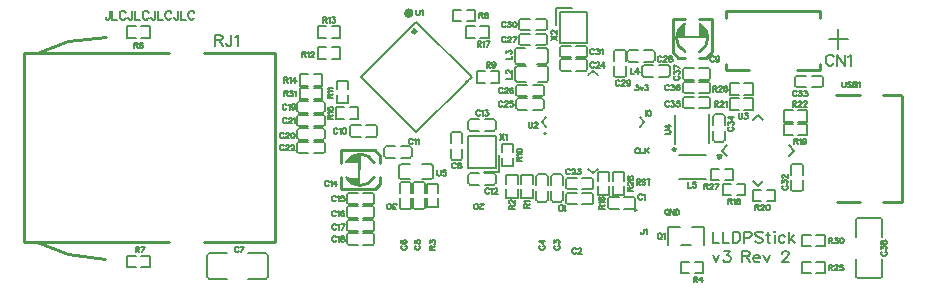
<source format=gto>
G04 Layer: TopSilkscreenLayer*
G04 EasyEDA v6.5.42, 2024-04-11 20:26:02*
G04 7b6788a330d04100b72d44fa437f6f93,b9277fd2045942759ab1a28cc0c323af,10*
G04 Gerber Generator version 0.2*
G04 Scale: 100 percent, Rotated: No, Reflected: No *
G04 Dimensions in millimeters *
G04 leading zeros omitted , absolute positions ,4 integer and 5 decimal *
%FSLAX45Y45*%
%MOMM*%

%ADD10C,0.2032*%
%ADD11C,0.1524*%
%ADD12C,0.1520*%
%ADD13C,0.1520*%
%ADD14C,0.2540*%
%ADD15C,0.2000*%
%ADD16C,0.4000*%
%ADD17C,0.3000*%
%ADD18C,0.2500*%
%ADD19C,0.1500*%
%ADD20C,0.0177*%

%LPD*%
D10*
X7499858Y7289292D02*
G01*
X7499858Y7123176D01*
X7416800Y7206234D02*
G01*
X7583170Y7206234D01*
X1329436Y7441692D02*
G01*
X1329436Y7387081D01*
X1326134Y7376921D01*
X1322578Y7373620D01*
X1315973Y7370063D01*
X1309115Y7370063D01*
X1302257Y7373620D01*
X1298702Y7376921D01*
X1295400Y7387081D01*
X1295400Y7393939D01*
X1352042Y7441692D02*
G01*
X1352042Y7370063D01*
X1352042Y7370063D02*
G01*
X1392936Y7370063D01*
X1466595Y7424673D02*
G01*
X1463039Y7431531D01*
X1456181Y7438389D01*
X1449578Y7441692D01*
X1435862Y7441692D01*
X1429004Y7438389D01*
X1422145Y7431531D01*
X1418844Y7424673D01*
X1415287Y7414513D01*
X1415287Y7397242D01*
X1418844Y7387081D01*
X1422145Y7380223D01*
X1429004Y7373620D01*
X1435862Y7370063D01*
X1449578Y7370063D01*
X1456181Y7373620D01*
X1463039Y7380223D01*
X1466595Y7387081D01*
X1523237Y7441692D02*
G01*
X1523237Y7387081D01*
X1519681Y7376921D01*
X1516379Y7373620D01*
X1509521Y7370063D01*
X1502663Y7370063D01*
X1495805Y7373620D01*
X1492504Y7376921D01*
X1488947Y7387081D01*
X1488947Y7393939D01*
X1545589Y7441692D02*
G01*
X1545589Y7370063D01*
X1545589Y7370063D02*
G01*
X1586484Y7370063D01*
X1660144Y7424673D02*
G01*
X1656842Y7431531D01*
X1649984Y7438389D01*
X1643126Y7441692D01*
X1629410Y7441692D01*
X1622552Y7438389D01*
X1615947Y7431531D01*
X1612392Y7424673D01*
X1609089Y7414513D01*
X1609089Y7397242D01*
X1612392Y7387081D01*
X1615947Y7380223D01*
X1622552Y7373620D01*
X1629410Y7370063D01*
X1643126Y7370063D01*
X1649984Y7373620D01*
X1656842Y7380223D01*
X1660144Y7387081D01*
X1716786Y7441692D02*
G01*
X1716786Y7387081D01*
X1713229Y7376921D01*
X1709928Y7373620D01*
X1703070Y7370063D01*
X1696212Y7370063D01*
X1689607Y7373620D01*
X1686052Y7376921D01*
X1682750Y7387081D01*
X1682750Y7393939D01*
X1739137Y7441692D02*
G01*
X1739137Y7370063D01*
X1739137Y7370063D02*
G01*
X1780286Y7370063D01*
X1853692Y7424673D02*
G01*
X1850389Y7431531D01*
X1843531Y7438389D01*
X1836673Y7441692D01*
X1823212Y7441692D01*
X1816354Y7438389D01*
X1809495Y7431531D01*
X1806194Y7424673D01*
X1802637Y7414513D01*
X1802637Y7397242D01*
X1806194Y7387081D01*
X1809495Y7380223D01*
X1816354Y7373620D01*
X1823212Y7370063D01*
X1836673Y7370063D01*
X1843531Y7373620D01*
X1850389Y7380223D01*
X1853692Y7387081D01*
X1910334Y7441692D02*
G01*
X1910334Y7387081D01*
X1907031Y7376921D01*
X1903476Y7373620D01*
X1896871Y7370063D01*
X1890013Y7370063D01*
X1883155Y7373620D01*
X1879600Y7376921D01*
X1876297Y7387081D01*
X1876297Y7393939D01*
X1932940Y7441692D02*
G01*
X1932940Y7370063D01*
X1932940Y7370063D02*
G01*
X1973834Y7370063D01*
X2047493Y7424673D02*
G01*
X2043938Y7431531D01*
X2037334Y7438389D01*
X2030475Y7441692D01*
X2016759Y7441692D01*
X2009902Y7438389D01*
X2003043Y7431531D01*
X1999741Y7424673D01*
X1996186Y7414513D01*
X1996186Y7397242D01*
X1999741Y7387081D01*
X2003043Y7380223D01*
X2009902Y7373620D01*
X2016759Y7370063D01*
X2030475Y7370063D01*
X2037334Y7373620D01*
X2043938Y7380223D01*
X2047493Y7387081D01*
X6438900Y5574537D02*
G01*
X6438900Y5479034D01*
X6438900Y5479034D02*
G01*
X6493509Y5479034D01*
X6523481Y5574537D02*
G01*
X6523481Y5479034D01*
X6523481Y5479034D02*
G01*
X6578091Y5479034D01*
X6608063Y5574537D02*
G01*
X6608063Y5479034D01*
X6608063Y5574537D02*
G01*
X6639813Y5574537D01*
X6653529Y5569965D01*
X6662420Y5561076D01*
X6666991Y5551931D01*
X6671563Y5538215D01*
X6671563Y5515610D01*
X6666991Y5501894D01*
X6662420Y5492750D01*
X6653529Y5483605D01*
X6639813Y5479034D01*
X6608063Y5479034D01*
X6701536Y5574537D02*
G01*
X6701536Y5479034D01*
X6701536Y5574537D02*
G01*
X6742429Y5574537D01*
X6756145Y5569965D01*
X6760718Y5565394D01*
X6765290Y5556504D01*
X6765290Y5542787D01*
X6760718Y5533644D01*
X6756145Y5529071D01*
X6742429Y5524500D01*
X6701536Y5524500D01*
X6859015Y5561076D02*
G01*
X6849872Y5569965D01*
X6836156Y5574537D01*
X6817868Y5574537D01*
X6804406Y5569965D01*
X6795261Y5561076D01*
X6795261Y5551931D01*
X6799834Y5542787D01*
X6804406Y5538215D01*
X6813550Y5533644D01*
X6840727Y5524500D01*
X6849872Y5520181D01*
X6854443Y5515610D01*
X6859015Y5506465D01*
X6859015Y5492750D01*
X6849872Y5483605D01*
X6836156Y5479034D01*
X6817868Y5479034D01*
X6804406Y5483605D01*
X6795261Y5492750D01*
X6902450Y5574537D02*
G01*
X6902450Y5497321D01*
X6907022Y5483605D01*
X6916165Y5479034D01*
X6925309Y5479034D01*
X6888988Y5542787D02*
G01*
X6920738Y5542787D01*
X6955281Y5574537D02*
G01*
X6959854Y5569965D01*
X6964425Y5574537D01*
X6959854Y5579110D01*
X6955281Y5574537D01*
X6959854Y5542787D02*
G01*
X6959854Y5479034D01*
X7049008Y5529071D02*
G01*
X7039863Y5538215D01*
X7030720Y5542787D01*
X7017004Y5542787D01*
X7008113Y5538215D01*
X6998970Y5529071D01*
X6994397Y5515610D01*
X6994397Y5506465D01*
X6998970Y5492750D01*
X7008113Y5483605D01*
X7017004Y5479034D01*
X7030720Y5479034D01*
X7039863Y5483605D01*
X7049008Y5492750D01*
X7078979Y5574537D02*
G01*
X7078979Y5479034D01*
X7124445Y5542787D02*
G01*
X7078979Y5497321D01*
X7097013Y5515610D02*
G01*
X7129018Y5479034D01*
X6438900Y5377687D02*
G01*
X6466077Y5313934D01*
X6493509Y5377687D02*
G01*
X6466077Y5313934D01*
X6532625Y5409437D02*
G01*
X6582409Y5409437D01*
X6555231Y5373115D01*
X6568947Y5373115D01*
X6578091Y5368544D01*
X6582409Y5363971D01*
X6586981Y5350510D01*
X6586981Y5341365D01*
X6582409Y5327650D01*
X6573520Y5318505D01*
X6559804Y5313934D01*
X6546088Y5313934D01*
X6532625Y5318505D01*
X6528054Y5323078D01*
X6523481Y5332221D01*
X6687058Y5409437D02*
G01*
X6687058Y5313934D01*
X6687058Y5409437D02*
G01*
X6727952Y5409437D01*
X6741668Y5404865D01*
X6746240Y5400294D01*
X6750811Y5391404D01*
X6750811Y5382260D01*
X6746240Y5373115D01*
X6741668Y5368544D01*
X6727952Y5363971D01*
X6687058Y5363971D01*
X6718808Y5363971D02*
G01*
X6750811Y5313934D01*
X6780784Y5350510D02*
G01*
X6835140Y5350510D01*
X6835140Y5359400D01*
X6830822Y5368544D01*
X6826250Y5373115D01*
X6817106Y5377687D01*
X6803390Y5377687D01*
X6794245Y5373115D01*
X6785356Y5363971D01*
X6780784Y5350510D01*
X6780784Y5341365D01*
X6785356Y5327650D01*
X6794245Y5318505D01*
X6803390Y5313934D01*
X6817106Y5313934D01*
X6826250Y5318505D01*
X6835140Y5327650D01*
X6865365Y5377687D02*
G01*
X6892543Y5313934D01*
X6919722Y5377687D02*
G01*
X6892543Y5313934D01*
X7024370Y5386831D02*
G01*
X7024370Y5391404D01*
X7028941Y5400294D01*
X7033513Y5404865D01*
X7042658Y5409437D01*
X7060691Y5409437D01*
X7069836Y5404865D01*
X7074408Y5400294D01*
X7078979Y5391404D01*
X7078979Y5382260D01*
X7074408Y5373115D01*
X7065263Y5359400D01*
X7019797Y5313934D01*
X7083552Y5313934D01*
D11*
X5782818Y6816597D02*
G01*
X5806186Y6816597D01*
X5793486Y6799326D01*
X5799836Y6799326D01*
X5804154Y6797294D01*
X5806186Y6795262D01*
X5808472Y6788658D01*
X5808472Y6784594D01*
X5806186Y6777989D01*
X5802122Y6773671D01*
X5795518Y6771639D01*
X5789168Y6771639D01*
X5782818Y6773671D01*
X5780531Y6775958D01*
X5778500Y6780276D01*
X5822441Y6801612D02*
G01*
X5835395Y6771639D01*
X5848095Y6801612D02*
G01*
X5835395Y6771639D01*
X5866384Y6816597D02*
G01*
X5890006Y6816597D01*
X5877306Y6799326D01*
X5883656Y6799326D01*
X5887974Y6797294D01*
X5890006Y6795262D01*
X5892038Y6788658D01*
X5892038Y6784594D01*
X5890006Y6777989D01*
X5885688Y6773671D01*
X5879338Y6771639D01*
X5872988Y6771639D01*
X5866384Y6773671D01*
X5864352Y6775958D01*
X5862320Y6780276D01*
X5810504Y6272529D02*
G01*
X5808472Y6276594D01*
X5804154Y6280912D01*
X5799836Y6283197D01*
X5791200Y6283197D01*
X5787136Y6280912D01*
X5782818Y6276594D01*
X5780531Y6272529D01*
X5778500Y6265926D01*
X5778500Y6255257D01*
X5780531Y6248907D01*
X5782818Y6244589D01*
X5787136Y6240271D01*
X5791200Y6238239D01*
X5799836Y6238239D01*
X5804154Y6240271D01*
X5808472Y6244589D01*
X5810504Y6248907D01*
X5824727Y6283197D02*
G01*
X5824727Y6238239D01*
X5824727Y6238239D02*
G01*
X5850381Y6238239D01*
X5864352Y6283197D02*
G01*
X5864352Y6238239D01*
X5894324Y6283197D02*
G01*
X5864352Y6253226D01*
X5875020Y6263894D02*
G01*
X5894324Y6238239D01*
X5791200Y6016497D02*
G01*
X5791200Y5971539D01*
X5791200Y6016497D02*
G01*
X5810504Y6016497D01*
X5816854Y6014212D01*
X5818886Y6012179D01*
X5821172Y6007862D01*
X5821172Y6003544D01*
X5818886Y5999226D01*
X5816854Y5997194D01*
X5810504Y5995162D01*
X5791200Y5995162D01*
X5806186Y5995162D02*
G01*
X5821172Y5971539D01*
X5865113Y6009894D02*
G01*
X5860795Y6014212D01*
X5854445Y6016497D01*
X5845809Y6016497D01*
X5839459Y6014212D01*
X5835141Y6009894D01*
X5835141Y6005829D01*
X5837427Y6001512D01*
X5839459Y5999226D01*
X5843777Y5997194D01*
X5856477Y5992876D01*
X5860795Y5990844D01*
X5863081Y5988557D01*
X5865113Y5984494D01*
X5865113Y5977889D01*
X5860795Y5973571D01*
X5854445Y5971539D01*
X5845809Y5971539D01*
X5839459Y5973571D01*
X5835141Y5977889D01*
X5894070Y6016497D02*
G01*
X5894070Y5971539D01*
X5879084Y6016497D02*
G01*
X5909056Y6016497D01*
X6064504Y5751829D02*
G01*
X6062472Y5755894D01*
X6058154Y5760212D01*
X6053836Y5762497D01*
X6045200Y5762497D01*
X6041136Y5760212D01*
X6036818Y5755894D01*
X6034531Y5751829D01*
X6032500Y5745226D01*
X6032500Y5734557D01*
X6034531Y5728207D01*
X6036818Y5723889D01*
X6041136Y5719571D01*
X6045200Y5717539D01*
X6053836Y5717539D01*
X6058154Y5719571D01*
X6062472Y5723889D01*
X6064504Y5728207D01*
X6064504Y5734557D01*
X6053836Y5734557D02*
G01*
X6064504Y5734557D01*
X6078727Y5762497D02*
G01*
X6078727Y5717539D01*
X6078727Y5762497D02*
G01*
X6108445Y5717539D01*
X6108445Y5762497D02*
G01*
X6108445Y5717539D01*
X6122670Y5762497D02*
G01*
X6122670Y5717539D01*
X6122670Y5762497D02*
G01*
X6137656Y5762497D01*
X6144006Y5760212D01*
X6148324Y5755894D01*
X6150356Y5751829D01*
X6152641Y5745226D01*
X6152641Y5734557D01*
X6150356Y5728207D01*
X6148324Y5723889D01*
X6144006Y5719571D01*
X6137656Y5717539D01*
X6122670Y5717539D01*
X5867400Y6600697D02*
G01*
X5867400Y6555739D01*
X5894324Y6600697D02*
G01*
X5890006Y6598412D01*
X5885688Y6594094D01*
X5883656Y6590029D01*
X5881624Y6583426D01*
X5881624Y6572758D01*
X5883656Y6566408D01*
X5885688Y6562089D01*
X5890006Y6557771D01*
X5894324Y6555739D01*
X5902959Y6555739D01*
X5907024Y6557771D01*
X5911341Y6562089D01*
X5913627Y6566408D01*
X5915659Y6572758D01*
X5915659Y6583426D01*
X5913627Y6590029D01*
X5911341Y6594094D01*
X5907024Y6598412D01*
X5902959Y6600697D01*
X5894324Y6600697D01*
X5982715Y5562345D02*
G01*
X5978143Y5560060D01*
X5973572Y5555487D01*
X5971286Y5550915D01*
X5969000Y5544057D01*
X5969000Y5532628D01*
X5971286Y5525770D01*
X5973572Y5521452D01*
X5978143Y5516879D01*
X5982715Y5514594D01*
X5991606Y5514594D01*
X5996177Y5516879D01*
X6000750Y5521452D01*
X6003036Y5525770D01*
X6005322Y5532628D01*
X6005322Y5544057D01*
X6003036Y5550915D01*
X6000750Y5555487D01*
X5996177Y5560060D01*
X5991606Y5562345D01*
X5982715Y5562345D01*
X5989574Y5523737D02*
G01*
X6003036Y5510021D01*
X6020308Y5553202D02*
G01*
X6024879Y5555487D01*
X6031738Y5562345D01*
X6031738Y5514594D01*
X6273800Y5194045D02*
G01*
X6273800Y5146294D01*
X6273800Y5194045D02*
G01*
X6294374Y5194045D01*
X6300977Y5191760D01*
X6303263Y5189473D01*
X6305550Y5184902D01*
X6305550Y5180329D01*
X6303263Y5175757D01*
X6300977Y5173471D01*
X6294374Y5171186D01*
X6273800Y5171186D01*
X6289802Y5171186D02*
G01*
X6305550Y5146294D01*
X6343395Y5194045D02*
G01*
X6320536Y5162042D01*
X6354825Y5162042D01*
X6343395Y5194045D02*
G01*
X6343395Y5146294D01*
X4682236Y7341615D02*
G01*
X4679950Y7346187D01*
X4675377Y7350760D01*
X4670806Y7353045D01*
X4661915Y7353045D01*
X4657343Y7350760D01*
X4652772Y7346187D01*
X4650486Y7341615D01*
X4648200Y7334758D01*
X4648200Y7323328D01*
X4650486Y7316470D01*
X4652772Y7312152D01*
X4657343Y7307579D01*
X4661915Y7305294D01*
X4670806Y7305294D01*
X4675377Y7307579D01*
X4679950Y7312152D01*
X4682236Y7316470D01*
X4701793Y7353045D02*
G01*
X4726940Y7353045D01*
X4713224Y7334758D01*
X4720081Y7334758D01*
X4724654Y7332471D01*
X4726940Y7330186D01*
X4729225Y7323328D01*
X4729225Y7318755D01*
X4726940Y7312152D01*
X4722368Y7307579D01*
X4715509Y7305294D01*
X4708652Y7305294D01*
X4701793Y7307579D01*
X4699508Y7309865D01*
X4697222Y7314437D01*
X4757674Y7353045D02*
G01*
X4750815Y7350760D01*
X4746497Y7343902D01*
X4744211Y7332471D01*
X4744211Y7325613D01*
X4746497Y7314437D01*
X4750815Y7307579D01*
X4757674Y7305294D01*
X4762245Y7305294D01*
X4769104Y7307579D01*
X4773675Y7314437D01*
X4775961Y7325613D01*
X4775961Y7332471D01*
X4773675Y7343902D01*
X4769104Y7350760D01*
X4762245Y7353045D01*
X4757674Y7353045D01*
X5431536Y7113015D02*
G01*
X5429250Y7117587D01*
X5424677Y7122160D01*
X5420106Y7124445D01*
X5411215Y7124445D01*
X5406643Y7122160D01*
X5402072Y7117587D01*
X5399786Y7113015D01*
X5397500Y7106158D01*
X5397500Y7094728D01*
X5399786Y7087870D01*
X5402072Y7083552D01*
X5406643Y7078979D01*
X5411215Y7076694D01*
X5420106Y7076694D01*
X5424677Y7078979D01*
X5429250Y7083552D01*
X5431536Y7087870D01*
X5451093Y7124445D02*
G01*
X5476240Y7124445D01*
X5462524Y7106158D01*
X5469381Y7106158D01*
X5473954Y7103871D01*
X5476240Y7101586D01*
X5478525Y7094728D01*
X5478525Y7090155D01*
X5476240Y7083552D01*
X5471668Y7078979D01*
X5464809Y7076694D01*
X5457952Y7076694D01*
X5451093Y7078979D01*
X5448808Y7081265D01*
X5446522Y7085837D01*
X5493511Y7115302D02*
G01*
X5497829Y7117587D01*
X5504688Y7124445D01*
X5504688Y7076694D01*
D12*
X4102036Y6095745D02*
G01*
X4102036Y6061455D01*
X4104322Y6054852D01*
X4108894Y6050279D01*
X4115752Y6047994D01*
X4120324Y6047994D01*
X4127182Y6050279D01*
X4131754Y6054852D01*
X4134040Y6061455D01*
X4134040Y6095745D01*
X4176204Y6095745D02*
G01*
X4153344Y6095745D01*
X4151312Y6075171D01*
X4153344Y6077457D01*
X4160202Y6079744D01*
X4167060Y6079744D01*
X4173918Y6077457D01*
X4178490Y6072886D01*
X4180776Y6066028D01*
X4180776Y6061455D01*
X4178490Y6054852D01*
X4173918Y6050279D01*
X4167060Y6047994D01*
X4160202Y6047994D01*
X4153344Y6050279D01*
X4151312Y6052565D01*
X4149026Y6057137D01*
D11*
X5851906Y5600445D02*
G01*
X5851906Y5563870D01*
X5849874Y5557265D01*
X5847588Y5554979D01*
X5843015Y5552694D01*
X5838443Y5552694D01*
X5833872Y5554979D01*
X5831586Y5557265D01*
X5829300Y5563870D01*
X5829300Y5568442D01*
X5867145Y5591302D02*
G01*
X5871463Y5593587D01*
X5878322Y5600445D01*
X5878322Y5552694D01*
X5791200Y5759957D02*
G01*
X5786627Y5757671D01*
X5779770Y5750813D01*
X5779770Y5799328D01*
X5194300Y5759957D02*
G01*
X5189727Y5757671D01*
X5182870Y5750813D01*
X5182870Y5799328D01*
X5153659Y5750813D02*
G01*
X5160518Y5753100D01*
X5165090Y5759957D01*
X5167629Y5771642D01*
X5167629Y5778500D01*
X5165090Y5789929D01*
X5160518Y5797042D01*
X5153659Y5799328D01*
X5149088Y5799328D01*
X5142229Y5797042D01*
X5137404Y5789929D01*
X5135118Y5778500D01*
X5135118Y5771642D01*
X5137404Y5759957D01*
X5142229Y5753100D01*
X5149088Y5750813D01*
X5153659Y5750813D01*
X4493513Y5774944D02*
G01*
X4493513Y5772657D01*
X4491227Y5768086D01*
X4488941Y5765800D01*
X4484370Y5763513D01*
X4474972Y5763513D01*
X4470400Y5765800D01*
X4468113Y5768086D01*
X4465827Y5772657D01*
X4465827Y5777229D01*
X4468113Y5782055D01*
X4472686Y5788913D01*
X4495800Y5812028D01*
X4463541Y5812028D01*
X4434331Y5763513D02*
G01*
X4441190Y5765800D01*
X4446015Y5772657D01*
X4448302Y5784342D01*
X4448302Y5791200D01*
X4446015Y5802629D01*
X4441190Y5809742D01*
X4434331Y5812028D01*
X4429759Y5812028D01*
X4422902Y5809742D01*
X4418329Y5802629D01*
X4415790Y5791200D01*
X4415790Y5784342D01*
X4418329Y5772657D01*
X4422902Y5765800D01*
X4429759Y5763513D01*
X4434331Y5763513D01*
X3754627Y5763513D02*
G01*
X3729227Y5763513D01*
X3742943Y5782055D01*
X3736086Y5782055D01*
X3731513Y5784342D01*
X3729227Y5786628D01*
X3726941Y5793486D01*
X3726941Y5798057D01*
X3729227Y5805170D01*
X3733800Y5809742D01*
X3740658Y5812028D01*
X3747770Y5812028D01*
X3754627Y5809742D01*
X3756913Y5807455D01*
X3759200Y5802629D01*
X3697731Y5763513D02*
G01*
X3704590Y5765800D01*
X3709415Y5772657D01*
X3711702Y5784342D01*
X3711702Y5791200D01*
X3709415Y5802629D01*
X3704590Y5809742D01*
X3697731Y5812028D01*
X3693159Y5812028D01*
X3686302Y5809742D01*
X3681729Y5802629D01*
X3679190Y5791200D01*
X3679190Y5784342D01*
X3681729Y5772657D01*
X3686302Y5765800D01*
X3693159Y5763513D01*
X3697731Y5763513D01*
X6565900Y5854445D02*
G01*
X6565900Y5806694D01*
X6565900Y5854445D02*
G01*
X6586474Y5854445D01*
X6593077Y5852160D01*
X6595363Y5849873D01*
X6597650Y5845302D01*
X6597650Y5840729D01*
X6595363Y5836157D01*
X6593077Y5833871D01*
X6586474Y5831586D01*
X6565900Y5831586D01*
X6581902Y5831586D02*
G01*
X6597650Y5806694D01*
X6612636Y5845302D02*
G01*
X6617208Y5847587D01*
X6624065Y5854445D01*
X6624065Y5806694D01*
X6650481Y5854445D02*
G01*
X6643624Y5852160D01*
X6641338Y5847587D01*
X6641338Y5843015D01*
X6643624Y5838444D01*
X6648195Y5836157D01*
X6657340Y5833871D01*
X6664197Y5831586D01*
X6668515Y5827013D01*
X6670802Y5822442D01*
X6670802Y5815837D01*
X6668515Y5811265D01*
X6666229Y5808979D01*
X6659625Y5806694D01*
X6650481Y5806694D01*
X6643624Y5808979D01*
X6641338Y5811265D01*
X6639052Y5815837D01*
X6639052Y5822442D01*
X6641338Y5827013D01*
X6645909Y5831586D01*
X6652768Y5833871D01*
X6661911Y5836157D01*
X6666229Y5838444D01*
X6668515Y5843015D01*
X6668515Y5847587D01*
X6666229Y5852160D01*
X6659625Y5854445D01*
X6650481Y5854445D01*
X5837936Y5881115D02*
G01*
X5835650Y5885687D01*
X5831077Y5890260D01*
X5826506Y5892545D01*
X5817615Y5892545D01*
X5813043Y5890260D01*
X5808472Y5885687D01*
X5806186Y5881115D01*
X5803900Y5874257D01*
X5803900Y5862828D01*
X5806186Y5855970D01*
X5808472Y5851652D01*
X5813043Y5847079D01*
X5817615Y5844794D01*
X5826506Y5844794D01*
X5831077Y5847079D01*
X5835650Y5851652D01*
X5837936Y5855970D01*
X5852922Y5883402D02*
G01*
X5857493Y5885687D01*
X5864352Y5892545D01*
X5864352Y5844794D01*
X5279136Y5423915D02*
G01*
X5276850Y5428487D01*
X5272277Y5433060D01*
X5267706Y5435345D01*
X5258815Y5435345D01*
X5254243Y5433060D01*
X5249672Y5428487D01*
X5247386Y5423915D01*
X5245100Y5417057D01*
X5245100Y5405628D01*
X5247386Y5398770D01*
X5249672Y5394452D01*
X5254243Y5389879D01*
X5258815Y5387594D01*
X5267706Y5387594D01*
X5272277Y5389879D01*
X5276850Y5394452D01*
X5279136Y5398770D01*
X5296408Y5423915D02*
G01*
X5296408Y5426202D01*
X5298693Y5430773D01*
X5300979Y5433060D01*
X5305552Y5435345D01*
X5314695Y5435345D01*
X5319268Y5433060D01*
X5321554Y5430773D01*
X5323840Y5426202D01*
X5323840Y5421629D01*
X5321554Y5417057D01*
X5316981Y5410200D01*
X5294122Y5387594D01*
X5326125Y5387594D01*
X5104384Y5456936D02*
G01*
X5099811Y5454650D01*
X5095240Y5450078D01*
X5092954Y5445505D01*
X5092954Y5436615D01*
X5095240Y5432044D01*
X5099811Y5427471D01*
X5104384Y5425186D01*
X5111241Y5422900D01*
X5122672Y5422900D01*
X5129529Y5425186D01*
X5133847Y5427471D01*
X5138420Y5432044D01*
X5140706Y5436615D01*
X5140706Y5445505D01*
X5138420Y5450078D01*
X5133847Y5454650D01*
X5129529Y5456936D01*
X5092954Y5476494D02*
G01*
X5092954Y5501639D01*
X5111241Y5487923D01*
X5111241Y5494781D01*
X5113527Y5499354D01*
X5115813Y5501639D01*
X5122672Y5503926D01*
X5127243Y5503926D01*
X5133847Y5501639D01*
X5138420Y5497068D01*
X5140706Y5490210D01*
X5140706Y5483352D01*
X5138420Y5476494D01*
X5136134Y5474207D01*
X5131561Y5471921D01*
X4977384Y5456936D02*
G01*
X4972811Y5454650D01*
X4968240Y5450078D01*
X4965954Y5445505D01*
X4965954Y5436615D01*
X4968240Y5432044D01*
X4972811Y5427471D01*
X4977384Y5425186D01*
X4984241Y5422900D01*
X4995672Y5422900D01*
X5002529Y5425186D01*
X5006847Y5427471D01*
X5011420Y5432044D01*
X5013706Y5436615D01*
X5013706Y5445505D01*
X5011420Y5450078D01*
X5006847Y5454650D01*
X5002529Y5456936D01*
X4965954Y5494781D02*
G01*
X4997958Y5471921D01*
X4997958Y5505957D01*
X4965954Y5494781D02*
G01*
X5013706Y5494781D01*
X3923284Y5456936D02*
G01*
X3918711Y5454650D01*
X3914140Y5450078D01*
X3911854Y5445505D01*
X3911854Y5436615D01*
X3914140Y5432044D01*
X3918711Y5427471D01*
X3923284Y5425186D01*
X3930141Y5422900D01*
X3941572Y5422900D01*
X3948429Y5425186D01*
X3952747Y5427471D01*
X3957320Y5432044D01*
X3959606Y5436615D01*
X3959606Y5445505D01*
X3957320Y5450078D01*
X3952747Y5454650D01*
X3948429Y5456936D01*
X3911854Y5499354D02*
G01*
X3911854Y5476494D01*
X3932427Y5474207D01*
X3930141Y5476494D01*
X3927856Y5483352D01*
X3927856Y5490210D01*
X3930141Y5497068D01*
X3934713Y5501639D01*
X3941572Y5503926D01*
X3946143Y5503926D01*
X3952747Y5501639D01*
X3957320Y5497068D01*
X3959606Y5490210D01*
X3959606Y5483352D01*
X3957320Y5476494D01*
X3955034Y5474207D01*
X3950461Y5471921D01*
X3808984Y5456936D02*
G01*
X3804411Y5454650D01*
X3799840Y5450078D01*
X3797554Y5445505D01*
X3797554Y5436615D01*
X3799840Y5432044D01*
X3804411Y5427471D01*
X3808984Y5425186D01*
X3815841Y5422900D01*
X3827272Y5422900D01*
X3834129Y5425186D01*
X3838447Y5427471D01*
X3843020Y5432044D01*
X3845306Y5436615D01*
X3845306Y5445505D01*
X3843020Y5450078D01*
X3838447Y5454650D01*
X3834129Y5456936D01*
X3804411Y5499354D02*
G01*
X3799840Y5497068D01*
X3797554Y5490210D01*
X3797554Y5485637D01*
X3799840Y5478779D01*
X3806697Y5474207D01*
X3818127Y5471921D01*
X3829558Y5471921D01*
X3838447Y5474207D01*
X3843020Y5478779D01*
X3845306Y5485637D01*
X3845306Y5487923D01*
X3843020Y5494781D01*
X3838447Y5499354D01*
X3831843Y5501639D01*
X3829558Y5501639D01*
X3822700Y5499354D01*
X3818127Y5494781D01*
X3815841Y5487923D01*
X3815841Y5485637D01*
X3818127Y5478779D01*
X3822700Y5474207D01*
X3829558Y5471921D01*
X4263136Y6147815D02*
G01*
X4260850Y6152387D01*
X4256277Y6156960D01*
X4251706Y6159245D01*
X4242815Y6159245D01*
X4238243Y6156960D01*
X4233672Y6152387D01*
X4231386Y6147815D01*
X4229100Y6140957D01*
X4229100Y6129528D01*
X4231386Y6122670D01*
X4233672Y6118352D01*
X4238243Y6113779D01*
X4242815Y6111494D01*
X4251706Y6111494D01*
X4256277Y6113779D01*
X4260850Y6118352D01*
X4263136Y6122670D01*
X4289552Y6159245D02*
G01*
X4282693Y6156960D01*
X4280408Y6152387D01*
X4280408Y6147815D01*
X4282693Y6143244D01*
X4287265Y6140957D01*
X4296409Y6138671D01*
X4303268Y6136386D01*
X4307840Y6131813D01*
X4310125Y6127242D01*
X4310125Y6120637D01*
X4307840Y6116065D01*
X4305554Y6113779D01*
X4298695Y6111494D01*
X4289552Y6111494D01*
X4282693Y6113779D01*
X4280408Y6116065D01*
X4278122Y6120637D01*
X4278122Y6127242D01*
X4280408Y6131813D01*
X4284979Y6136386D01*
X4291838Y6138671D01*
X4300981Y6140957D01*
X4305554Y6143244D01*
X4307840Y6147815D01*
X4307840Y6152387D01*
X4305554Y6156960D01*
X4298695Y6159245D01*
X4289552Y6159245D01*
X3259836Y6439915D02*
G01*
X3257550Y6444487D01*
X3252977Y6449060D01*
X3248406Y6451345D01*
X3239515Y6451345D01*
X3234943Y6449060D01*
X3230372Y6444487D01*
X3228086Y6439915D01*
X3225800Y6433057D01*
X3225800Y6421628D01*
X3228086Y6414770D01*
X3230372Y6410452D01*
X3234943Y6405879D01*
X3239515Y6403594D01*
X3248406Y6403594D01*
X3252977Y6405879D01*
X3257550Y6410452D01*
X3259836Y6414770D01*
X3274822Y6442202D02*
G01*
X3279393Y6444487D01*
X3286252Y6451345D01*
X3286252Y6403594D01*
X3314954Y6451345D02*
G01*
X3308095Y6449060D01*
X3303524Y6442202D01*
X3301238Y6430771D01*
X3301238Y6423913D01*
X3303524Y6412737D01*
X3308095Y6405879D01*
X3314954Y6403594D01*
X3319525Y6403594D01*
X3326129Y6405879D01*
X3330702Y6412737D01*
X3332988Y6423913D01*
X3332988Y6430771D01*
X3330702Y6442202D01*
X3326129Y6449060D01*
X3319525Y6451345D01*
X3314954Y6451345D01*
X3894836Y6351015D02*
G01*
X3892550Y6355587D01*
X3887977Y6360160D01*
X3883406Y6362445D01*
X3874515Y6362445D01*
X3869943Y6360160D01*
X3865372Y6355587D01*
X3863086Y6351015D01*
X3860800Y6344157D01*
X3860800Y6332728D01*
X3863086Y6325870D01*
X3865372Y6321552D01*
X3869943Y6316979D01*
X3874515Y6314694D01*
X3883406Y6314694D01*
X3887977Y6316979D01*
X3892550Y6321552D01*
X3894836Y6325870D01*
X3909822Y6353302D02*
G01*
X3914393Y6355587D01*
X3921252Y6362445D01*
X3921252Y6314694D01*
X3936238Y6353302D02*
G01*
X3940809Y6355587D01*
X3947668Y6362445D01*
X3947668Y6314694D01*
X4542536Y5931915D02*
G01*
X4540250Y5936487D01*
X4535677Y5941060D01*
X4531106Y5943345D01*
X4522215Y5943345D01*
X4517643Y5941060D01*
X4513072Y5936487D01*
X4510786Y5931915D01*
X4508500Y5925057D01*
X4508500Y5913628D01*
X4510786Y5906770D01*
X4513072Y5902452D01*
X4517643Y5897879D01*
X4522215Y5895594D01*
X4531106Y5895594D01*
X4535677Y5897879D01*
X4540250Y5902452D01*
X4542536Y5906770D01*
X4557522Y5934202D02*
G01*
X4562093Y5936487D01*
X4568952Y5943345D01*
X4568952Y5895594D01*
X4586224Y5931915D02*
G01*
X4586224Y5934202D01*
X4588509Y5938773D01*
X4590795Y5941060D01*
X4595368Y5943345D01*
X4604511Y5943345D01*
X4608829Y5941060D01*
X4611115Y5938773D01*
X4613402Y5934202D01*
X4613402Y5929629D01*
X4611115Y5925057D01*
X4606797Y5918200D01*
X4583938Y5895594D01*
X4615688Y5895594D01*
X4466336Y6592315D02*
G01*
X4464050Y6596887D01*
X4459477Y6601460D01*
X4454906Y6603745D01*
X4446015Y6603745D01*
X4441443Y6601460D01*
X4436872Y6596887D01*
X4434586Y6592315D01*
X4432300Y6585458D01*
X4432300Y6574028D01*
X4434586Y6567170D01*
X4436872Y6562852D01*
X4441443Y6558279D01*
X4446015Y6555994D01*
X4454906Y6555994D01*
X4459477Y6558279D01*
X4464050Y6562852D01*
X4466336Y6567170D01*
X4481322Y6594602D02*
G01*
X4485893Y6596887D01*
X4492752Y6603745D01*
X4492752Y6555994D01*
X4512309Y6603745D02*
G01*
X4537202Y6603745D01*
X4523740Y6585458D01*
X4530597Y6585458D01*
X4534915Y6583171D01*
X4537202Y6580886D01*
X4539488Y6574028D01*
X4539488Y6569455D01*
X4537202Y6562852D01*
X4532629Y6558279D01*
X4526025Y6555994D01*
X4519168Y6555994D01*
X4512309Y6558279D01*
X4510024Y6560565D01*
X4507738Y6565137D01*
X3247136Y5868415D02*
G01*
X3244850Y5872987D01*
X3240277Y5877560D01*
X3235706Y5879845D01*
X3226815Y5879845D01*
X3222243Y5877560D01*
X3217672Y5872987D01*
X3215386Y5868415D01*
X3213100Y5861557D01*
X3213100Y5850128D01*
X3215386Y5843270D01*
X3217672Y5838952D01*
X3222243Y5834379D01*
X3226815Y5832094D01*
X3235706Y5832094D01*
X3240277Y5834379D01*
X3244850Y5838952D01*
X3247136Y5843270D01*
X3262122Y5870702D02*
G01*
X3266693Y5872987D01*
X3273552Y5879845D01*
X3273552Y5832094D01*
X3315715Y5879845D02*
G01*
X3293109Y5879845D01*
X3290824Y5859271D01*
X3293109Y5861557D01*
X3299968Y5863844D01*
X3306825Y5863844D01*
X3313429Y5861557D01*
X3318002Y5856986D01*
X3320288Y5850128D01*
X3320288Y5845555D01*
X3318002Y5838952D01*
X3313429Y5834379D01*
X3306825Y5832094D01*
X3299968Y5832094D01*
X3293109Y5834379D01*
X3290824Y5836665D01*
X3288538Y5841237D01*
X3247136Y5741415D02*
G01*
X3244850Y5745987D01*
X3240277Y5750560D01*
X3235706Y5752845D01*
X3226815Y5752845D01*
X3222243Y5750560D01*
X3217672Y5745987D01*
X3215386Y5741415D01*
X3213100Y5734557D01*
X3213100Y5723128D01*
X3215386Y5716270D01*
X3217672Y5711952D01*
X3222243Y5707379D01*
X3226815Y5705094D01*
X3235706Y5705094D01*
X3240277Y5707379D01*
X3244850Y5711952D01*
X3247136Y5716270D01*
X3262122Y5743702D02*
G01*
X3266693Y5745987D01*
X3273552Y5752845D01*
X3273552Y5705094D01*
X3315715Y5745987D02*
G01*
X3313429Y5750560D01*
X3306825Y5752845D01*
X3302254Y5752845D01*
X3295395Y5750560D01*
X3290824Y5743702D01*
X3288538Y5732271D01*
X3288538Y5720842D01*
X3290824Y5711952D01*
X3295395Y5707379D01*
X3302254Y5705094D01*
X3304540Y5705094D01*
X3311397Y5707379D01*
X3315715Y5711952D01*
X3318002Y5718555D01*
X3318002Y5720842D01*
X3315715Y5727700D01*
X3311397Y5732271D01*
X3304540Y5734557D01*
X3302254Y5734557D01*
X3295395Y5732271D01*
X3290824Y5727700D01*
X3288538Y5720842D01*
X3247136Y5627115D02*
G01*
X3244850Y5631687D01*
X3240277Y5636260D01*
X3235706Y5638545D01*
X3226815Y5638545D01*
X3222243Y5636260D01*
X3217672Y5631687D01*
X3215386Y5627115D01*
X3213100Y5620257D01*
X3213100Y5608828D01*
X3215386Y5601970D01*
X3217672Y5597652D01*
X3222243Y5593079D01*
X3226815Y5590794D01*
X3235706Y5590794D01*
X3240277Y5593079D01*
X3244850Y5597652D01*
X3247136Y5601970D01*
X3262122Y5629402D02*
G01*
X3266693Y5631687D01*
X3273552Y5638545D01*
X3273552Y5590794D01*
X3320288Y5638545D02*
G01*
X3297681Y5590794D01*
X3288538Y5638545D02*
G01*
X3320288Y5638545D01*
X3247136Y5525515D02*
G01*
X3244850Y5530087D01*
X3240277Y5534660D01*
X3235706Y5536945D01*
X3226815Y5536945D01*
X3222243Y5534660D01*
X3217672Y5530087D01*
X3215386Y5525515D01*
X3213100Y5518657D01*
X3213100Y5507228D01*
X3215386Y5500370D01*
X3217672Y5496052D01*
X3222243Y5491479D01*
X3226815Y5489194D01*
X3235706Y5489194D01*
X3240277Y5491479D01*
X3244850Y5496052D01*
X3247136Y5500370D01*
X3262122Y5527802D02*
G01*
X3266693Y5530087D01*
X3273552Y5536945D01*
X3273552Y5489194D01*
X3299968Y5536945D02*
G01*
X3293109Y5534660D01*
X3290824Y5530087D01*
X3290824Y5525515D01*
X3293109Y5520944D01*
X3297681Y5518657D01*
X3306825Y5516371D01*
X3313429Y5514086D01*
X3318002Y5509513D01*
X3320288Y5504942D01*
X3320288Y5498337D01*
X3318002Y5493765D01*
X3315715Y5491479D01*
X3309111Y5489194D01*
X3299968Y5489194D01*
X3293109Y5491479D01*
X3290824Y5493765D01*
X3288538Y5498337D01*
X3288538Y5504942D01*
X3290824Y5509513D01*
X3295395Y5514086D01*
X3302254Y5516371D01*
X3311397Y5518657D01*
X3315715Y5520944D01*
X3318002Y5525515D01*
X3318002Y5530087D01*
X3315715Y5534660D01*
X3309111Y5536945D01*
X3299968Y5536945D01*
X2802636Y6401815D02*
G01*
X2800350Y6406387D01*
X2795777Y6410960D01*
X2791206Y6413245D01*
X2782315Y6413245D01*
X2777743Y6410960D01*
X2773172Y6406387D01*
X2770886Y6401815D01*
X2768600Y6394957D01*
X2768600Y6383528D01*
X2770886Y6376670D01*
X2773172Y6372352D01*
X2777743Y6367779D01*
X2782315Y6365494D01*
X2791206Y6365494D01*
X2795777Y6367779D01*
X2800350Y6372352D01*
X2802636Y6376670D01*
X2819908Y6401815D02*
G01*
X2819908Y6404102D01*
X2822193Y6408673D01*
X2824479Y6410960D01*
X2829052Y6413245D01*
X2838195Y6413245D01*
X2842768Y6410960D01*
X2845054Y6408673D01*
X2847340Y6404102D01*
X2847340Y6399529D01*
X2845054Y6394957D01*
X2840481Y6388100D01*
X2817622Y6365494D01*
X2849625Y6365494D01*
X2878074Y6413245D02*
G01*
X2871215Y6410960D01*
X2866897Y6404102D01*
X2864611Y6392671D01*
X2864611Y6385813D01*
X2866897Y6374637D01*
X2871215Y6367779D01*
X2878074Y6365494D01*
X2882645Y6365494D01*
X2889504Y6367779D01*
X2894075Y6374637D01*
X2896361Y6385813D01*
X2896361Y6392671D01*
X2894075Y6404102D01*
X2889504Y6410960D01*
X2882645Y6413245D01*
X2878074Y6413245D01*
X2828036Y6528815D02*
G01*
X2825750Y6533387D01*
X2821177Y6537960D01*
X2816606Y6540245D01*
X2807715Y6540245D01*
X2803143Y6537960D01*
X2798572Y6533387D01*
X2796286Y6528815D01*
X2794000Y6521957D01*
X2794000Y6510528D01*
X2796286Y6503670D01*
X2798572Y6499352D01*
X2803143Y6494779D01*
X2807715Y6492494D01*
X2816606Y6492494D01*
X2821177Y6494779D01*
X2825750Y6499352D01*
X2828036Y6503670D01*
X2845308Y6528815D02*
G01*
X2845308Y6531102D01*
X2847593Y6535673D01*
X2849879Y6537960D01*
X2854452Y6540245D01*
X2863595Y6540245D01*
X2868168Y6537960D01*
X2870454Y6535673D01*
X2872740Y6531102D01*
X2872740Y6526529D01*
X2870454Y6521957D01*
X2865881Y6515100D01*
X2843022Y6492494D01*
X2875025Y6492494D01*
X2890011Y6531102D02*
G01*
X2894329Y6533387D01*
X2901188Y6540245D01*
X2901188Y6492494D01*
X2802636Y6300215D02*
G01*
X2800350Y6304787D01*
X2795777Y6309360D01*
X2791206Y6311645D01*
X2782315Y6311645D01*
X2777743Y6309360D01*
X2773172Y6304787D01*
X2770886Y6300215D01*
X2768600Y6293357D01*
X2768600Y6281928D01*
X2770886Y6275070D01*
X2773172Y6270752D01*
X2777743Y6266179D01*
X2782315Y6263894D01*
X2791206Y6263894D01*
X2795777Y6266179D01*
X2800350Y6270752D01*
X2802636Y6275070D01*
X2819908Y6300215D02*
G01*
X2819908Y6302502D01*
X2822193Y6307073D01*
X2824479Y6309360D01*
X2829052Y6311645D01*
X2838195Y6311645D01*
X2842768Y6309360D01*
X2845054Y6307073D01*
X2847340Y6302502D01*
X2847340Y6297929D01*
X2845054Y6293357D01*
X2840481Y6286500D01*
X2817622Y6263894D01*
X2849625Y6263894D01*
X2866897Y6300215D02*
G01*
X2866897Y6302502D01*
X2868929Y6307073D01*
X2871215Y6309360D01*
X2875788Y6311645D01*
X2884931Y6311645D01*
X2889504Y6309360D01*
X2891790Y6307073D01*
X2894075Y6302502D01*
X2894075Y6297929D01*
X2891790Y6293357D01*
X2887218Y6286500D01*
X2864611Y6263894D01*
X2896361Y6263894D01*
X5228336Y6097015D02*
G01*
X5226050Y6101587D01*
X5221477Y6106160D01*
X5216906Y6108445D01*
X5208015Y6108445D01*
X5203443Y6106160D01*
X5198872Y6101587D01*
X5196586Y6097015D01*
X5194300Y6090157D01*
X5194300Y6078728D01*
X5196586Y6071870D01*
X5198872Y6067552D01*
X5203443Y6062979D01*
X5208015Y6060694D01*
X5216906Y6060694D01*
X5221477Y6062979D01*
X5226050Y6067552D01*
X5228336Y6071870D01*
X5245608Y6097015D02*
G01*
X5245608Y6099302D01*
X5247893Y6103873D01*
X5250179Y6106160D01*
X5254752Y6108445D01*
X5263895Y6108445D01*
X5268468Y6106160D01*
X5270754Y6103873D01*
X5273040Y6099302D01*
X5273040Y6094729D01*
X5270754Y6090157D01*
X5266181Y6083300D01*
X5243322Y6060694D01*
X5275325Y6060694D01*
X5294629Y6108445D02*
G01*
X5319775Y6108445D01*
X5306059Y6090157D01*
X5312918Y6090157D01*
X5317490Y6087871D01*
X5319775Y6085586D01*
X5322061Y6078728D01*
X5322061Y6074155D01*
X5319775Y6067552D01*
X5315204Y6062979D01*
X5308345Y6060694D01*
X5301488Y6060694D01*
X5294629Y6062979D01*
X5292597Y6065265D01*
X5290311Y6069837D01*
X5431536Y6998715D02*
G01*
X5429250Y7003287D01*
X5424677Y7007860D01*
X5420106Y7010145D01*
X5411215Y7010145D01*
X5406643Y7007860D01*
X5402072Y7003287D01*
X5399786Y6998715D01*
X5397500Y6991858D01*
X5397500Y6980428D01*
X5399786Y6973570D01*
X5402072Y6969252D01*
X5406643Y6964679D01*
X5411215Y6962394D01*
X5420106Y6962394D01*
X5424677Y6964679D01*
X5429250Y6969252D01*
X5431536Y6973570D01*
X5448808Y6998715D02*
G01*
X5448808Y7001002D01*
X5451093Y7005573D01*
X5453379Y7007860D01*
X5457952Y7010145D01*
X5467095Y7010145D01*
X5471668Y7007860D01*
X5473954Y7005573D01*
X5476240Y7001002D01*
X5476240Y6996429D01*
X5473954Y6991858D01*
X5469381Y6985000D01*
X5446522Y6962394D01*
X5478525Y6962394D01*
X5516118Y7010145D02*
G01*
X5493511Y6978142D01*
X5527547Y6978142D01*
X5516118Y7010145D02*
G01*
X5516118Y6962394D01*
X4656836Y6668515D02*
G01*
X4654550Y6673087D01*
X4649977Y6677660D01*
X4645406Y6679945D01*
X4636515Y6679945D01*
X4631943Y6677660D01*
X4627372Y6673087D01*
X4625086Y6668515D01*
X4622800Y6661658D01*
X4622800Y6650228D01*
X4625086Y6643370D01*
X4627372Y6639052D01*
X4631943Y6634479D01*
X4636515Y6632194D01*
X4645406Y6632194D01*
X4649977Y6634479D01*
X4654550Y6639052D01*
X4656836Y6643370D01*
X4674108Y6668515D02*
G01*
X4674108Y6670802D01*
X4676393Y6675373D01*
X4678679Y6677660D01*
X4683252Y6679945D01*
X4692395Y6679945D01*
X4696968Y6677660D01*
X4699254Y6675373D01*
X4701540Y6670802D01*
X4701540Y6666229D01*
X4699254Y6661658D01*
X4694681Y6654800D01*
X4671822Y6632194D01*
X4703825Y6632194D01*
X4745990Y6679945D02*
G01*
X4723129Y6679945D01*
X4721097Y6659371D01*
X4723129Y6661658D01*
X4729988Y6663944D01*
X4736845Y6663944D01*
X4743704Y6661658D01*
X4748275Y6657086D01*
X4750561Y6650228D01*
X4750561Y6645655D01*
X4748275Y6639052D01*
X4743704Y6634479D01*
X4736845Y6632194D01*
X4729988Y6632194D01*
X4723129Y6634479D01*
X4721097Y6636765D01*
X4718811Y6641337D01*
X4656836Y6782815D02*
G01*
X4654550Y6787387D01*
X4649977Y6791960D01*
X4645406Y6794245D01*
X4636515Y6794245D01*
X4631943Y6791960D01*
X4627372Y6787387D01*
X4625086Y6782815D01*
X4622800Y6775958D01*
X4622800Y6764528D01*
X4625086Y6757670D01*
X4627372Y6753352D01*
X4631943Y6748779D01*
X4636515Y6746494D01*
X4645406Y6746494D01*
X4649977Y6748779D01*
X4654550Y6753352D01*
X4656836Y6757670D01*
X4674108Y6782815D02*
G01*
X4674108Y6785102D01*
X4676393Y6789673D01*
X4678679Y6791960D01*
X4683252Y6794245D01*
X4692395Y6794245D01*
X4696968Y6791960D01*
X4699254Y6789673D01*
X4701540Y6785102D01*
X4701540Y6780529D01*
X4699254Y6775958D01*
X4694681Y6769100D01*
X4671822Y6746494D01*
X4703825Y6746494D01*
X4745990Y6787387D02*
G01*
X4743704Y6791960D01*
X4736845Y6794245D01*
X4732274Y6794245D01*
X4725415Y6791960D01*
X4721097Y6785102D01*
X4718811Y6773671D01*
X4718811Y6762242D01*
X4721097Y6753352D01*
X4725415Y6748779D01*
X4732274Y6746494D01*
X4734559Y6746494D01*
X4741418Y6748779D01*
X4745990Y6753352D01*
X4748275Y6759955D01*
X4748275Y6762242D01*
X4745990Y6769100D01*
X4741418Y6773671D01*
X4734559Y6775958D01*
X4732274Y6775958D01*
X4725415Y6773671D01*
X4721097Y6769100D01*
X4718811Y6762242D01*
X4682236Y7214615D02*
G01*
X4679950Y7219187D01*
X4675377Y7223760D01*
X4670806Y7226045D01*
X4661915Y7226045D01*
X4657343Y7223760D01*
X4652772Y7219187D01*
X4650486Y7214615D01*
X4648200Y7207758D01*
X4648200Y7196328D01*
X4650486Y7189470D01*
X4652772Y7185152D01*
X4657343Y7180579D01*
X4661915Y7178294D01*
X4670806Y7178294D01*
X4675377Y7180579D01*
X4679950Y7185152D01*
X4682236Y7189470D01*
X4699508Y7214615D02*
G01*
X4699508Y7216902D01*
X4701793Y7221473D01*
X4704079Y7223760D01*
X4708652Y7226045D01*
X4717795Y7226045D01*
X4722368Y7223760D01*
X4724654Y7221473D01*
X4726940Y7216902D01*
X4726940Y7212329D01*
X4724654Y7207758D01*
X4720081Y7200900D01*
X4697222Y7178294D01*
X4729225Y7178294D01*
X4775961Y7226045D02*
G01*
X4753102Y7178294D01*
X4744211Y7226045D02*
G01*
X4775961Y7226045D01*
X6003036Y7049515D02*
G01*
X6000750Y7054087D01*
X5996177Y7058660D01*
X5991606Y7060945D01*
X5982715Y7060945D01*
X5978143Y7058660D01*
X5973572Y7054087D01*
X5971286Y7049515D01*
X5969000Y7042658D01*
X5969000Y7031228D01*
X5971286Y7024370D01*
X5973572Y7020052D01*
X5978143Y7015479D01*
X5982715Y7013194D01*
X5991606Y7013194D01*
X5996177Y7015479D01*
X6000750Y7020052D01*
X6003036Y7024370D01*
X6020308Y7049515D02*
G01*
X6020308Y7051802D01*
X6022593Y7056373D01*
X6024879Y7058660D01*
X6029452Y7060945D01*
X6038595Y7060945D01*
X6043168Y7058660D01*
X6045454Y7056373D01*
X6047740Y7051802D01*
X6047740Y7047229D01*
X6045454Y7042658D01*
X6040881Y7035800D01*
X6018022Y7013194D01*
X6050025Y7013194D01*
X6076188Y7060945D02*
G01*
X6069329Y7058660D01*
X6067297Y7054087D01*
X6067297Y7049515D01*
X6069329Y7044944D01*
X6073902Y7042658D01*
X6083045Y7040371D01*
X6089904Y7038086D01*
X6094475Y7033513D01*
X6096761Y7028942D01*
X6096761Y7022337D01*
X6094475Y7017765D01*
X6092190Y7015479D01*
X6085331Y7013194D01*
X6076188Y7013194D01*
X6069329Y7015479D01*
X6067297Y7017765D01*
X6065011Y7022337D01*
X6065011Y7028942D01*
X6067297Y7033513D01*
X6071615Y7038086D01*
X6078474Y7040371D01*
X6087618Y7042658D01*
X6092190Y7044944D01*
X6094475Y7049515D01*
X6094475Y7054087D01*
X6092190Y7058660D01*
X6085331Y7060945D01*
X6076188Y7060945D01*
X5647436Y6846315D02*
G01*
X5645150Y6850887D01*
X5640577Y6855460D01*
X5636006Y6857745D01*
X5627115Y6857745D01*
X5622543Y6855460D01*
X5617972Y6850887D01*
X5615686Y6846315D01*
X5613400Y6839458D01*
X5613400Y6828028D01*
X5615686Y6821170D01*
X5617972Y6816852D01*
X5622543Y6812279D01*
X5627115Y6809994D01*
X5636006Y6809994D01*
X5640577Y6812279D01*
X5645150Y6816852D01*
X5647436Y6821170D01*
X5664708Y6846315D02*
G01*
X5664708Y6848602D01*
X5666993Y6853173D01*
X5669279Y6855460D01*
X5673852Y6857745D01*
X5682995Y6857745D01*
X5687568Y6855460D01*
X5689854Y6853173D01*
X5692140Y6848602D01*
X5692140Y6844029D01*
X5689854Y6839458D01*
X5685281Y6832600D01*
X5662422Y6809994D01*
X5694425Y6809994D01*
X5738875Y6841744D02*
G01*
X5736590Y6834886D01*
X5732018Y6830313D01*
X5725159Y6828028D01*
X5722874Y6828028D01*
X5716015Y6830313D01*
X5711697Y6834886D01*
X5709411Y6841744D01*
X5709411Y6844029D01*
X5711697Y6850887D01*
X5716015Y6855460D01*
X5722874Y6857745D01*
X5725159Y6857745D01*
X5732018Y6855460D01*
X5736590Y6850887D01*
X5738875Y6841744D01*
X5738875Y6830313D01*
X5736590Y6819137D01*
X5732018Y6812279D01*
X5725159Y6809994D01*
X5720588Y6809994D01*
X5713729Y6812279D01*
X5711697Y6816852D01*
X7034784Y5964936D02*
G01*
X7030211Y5962650D01*
X7025640Y5958078D01*
X7023354Y5953505D01*
X7023354Y5944615D01*
X7025640Y5940044D01*
X7030211Y5935471D01*
X7034784Y5933186D01*
X7041641Y5930900D01*
X7053072Y5930900D01*
X7059929Y5933186D01*
X7064247Y5935471D01*
X7068820Y5940044D01*
X7071106Y5944615D01*
X7071106Y5953505D01*
X7068820Y5958078D01*
X7064247Y5962650D01*
X7059929Y5964936D01*
X7023354Y5984494D02*
G01*
X7023354Y6009639D01*
X7041641Y5995923D01*
X7041641Y6002781D01*
X7043927Y6007354D01*
X7046213Y6009639D01*
X7053072Y6011926D01*
X7057643Y6011926D01*
X7064247Y6009639D01*
X7068820Y6005068D01*
X7071106Y5998210D01*
X7071106Y5991352D01*
X7068820Y5984494D01*
X7066534Y5982207D01*
X7061961Y5979921D01*
X7034784Y6029197D02*
G01*
X7032497Y6029197D01*
X7027925Y6031229D01*
X7025640Y6033515D01*
X7023354Y6038087D01*
X7023354Y6047231D01*
X7025640Y6051804D01*
X7027925Y6054089D01*
X7032497Y6056376D01*
X7037070Y6056376D01*
X7041641Y6054089D01*
X7048500Y6049518D01*
X7071106Y6026912D01*
X7071106Y6058662D01*
X7146036Y6757415D02*
G01*
X7143750Y6761987D01*
X7139177Y6766560D01*
X7134606Y6768845D01*
X7125715Y6768845D01*
X7121143Y6766560D01*
X7116572Y6761987D01*
X7114286Y6757415D01*
X7112000Y6750558D01*
X7112000Y6739128D01*
X7114286Y6732270D01*
X7116572Y6727952D01*
X7121143Y6723379D01*
X7125715Y6721094D01*
X7134606Y6721094D01*
X7139177Y6723379D01*
X7143750Y6727952D01*
X7146036Y6732270D01*
X7165593Y6768845D02*
G01*
X7190740Y6768845D01*
X7177024Y6750558D01*
X7183881Y6750558D01*
X7188454Y6748271D01*
X7190740Y6745986D01*
X7193025Y6739128D01*
X7193025Y6734555D01*
X7190740Y6727952D01*
X7186168Y6723379D01*
X7179309Y6721094D01*
X7172452Y6721094D01*
X7165593Y6723379D01*
X7163308Y6725665D01*
X7161022Y6730237D01*
X7212329Y6768845D02*
G01*
X7237475Y6768845D01*
X7223759Y6750558D01*
X7230618Y6750558D01*
X7235190Y6748271D01*
X7237475Y6745986D01*
X7239761Y6739128D01*
X7239761Y6734555D01*
X7237475Y6727952D01*
X7232904Y6723379D01*
X7226045Y6721094D01*
X7219188Y6721094D01*
X7212329Y6723379D01*
X7210297Y6725665D01*
X7208011Y6730237D01*
X6577584Y6460236D02*
G01*
X6573011Y6457950D01*
X6568440Y6453378D01*
X6566154Y6448805D01*
X6566154Y6439915D01*
X6568440Y6435344D01*
X6573011Y6430771D01*
X6577584Y6428486D01*
X6584441Y6426200D01*
X6595872Y6426200D01*
X6602729Y6428486D01*
X6607047Y6430771D01*
X6611620Y6435344D01*
X6613906Y6439915D01*
X6613906Y6448805D01*
X6611620Y6453378D01*
X6607047Y6457950D01*
X6602729Y6460236D01*
X6566154Y6479794D02*
G01*
X6566154Y6504939D01*
X6584441Y6491223D01*
X6584441Y6498081D01*
X6586727Y6502654D01*
X6589013Y6504939D01*
X6595872Y6507226D01*
X6600443Y6507226D01*
X6607047Y6504939D01*
X6611620Y6500368D01*
X6613906Y6493510D01*
X6613906Y6486652D01*
X6611620Y6479794D01*
X6609334Y6477507D01*
X6604761Y6475221D01*
X6566154Y6544818D02*
G01*
X6598158Y6522212D01*
X6598158Y6556247D01*
X6566154Y6544818D02*
G01*
X6613906Y6544818D01*
X6066536Y6668515D02*
G01*
X6064250Y6673087D01*
X6059677Y6677660D01*
X6055106Y6679945D01*
X6046215Y6679945D01*
X6041643Y6677660D01*
X6037072Y6673087D01*
X6034786Y6668515D01*
X6032500Y6661658D01*
X6032500Y6650228D01*
X6034786Y6643370D01*
X6037072Y6639052D01*
X6041643Y6634479D01*
X6046215Y6632194D01*
X6055106Y6632194D01*
X6059677Y6634479D01*
X6064250Y6639052D01*
X6066536Y6643370D01*
X6086093Y6679945D02*
G01*
X6111240Y6679945D01*
X6097524Y6661658D01*
X6104381Y6661658D01*
X6108954Y6659371D01*
X6111240Y6657086D01*
X6113525Y6650228D01*
X6113525Y6645655D01*
X6111240Y6639052D01*
X6106668Y6634479D01*
X6099809Y6632194D01*
X6092952Y6632194D01*
X6086093Y6634479D01*
X6083808Y6636765D01*
X6081522Y6641337D01*
X6155690Y6679945D02*
G01*
X6132829Y6679945D01*
X6130797Y6659371D01*
X6132829Y6661658D01*
X6139688Y6663944D01*
X6146545Y6663944D01*
X6153404Y6661658D01*
X6157975Y6657086D01*
X6160261Y6650228D01*
X6160261Y6645655D01*
X6157975Y6639052D01*
X6153404Y6634479D01*
X6146545Y6632194D01*
X6139688Y6632194D01*
X6132829Y6634479D01*
X6130797Y6636765D01*
X6128511Y6641337D01*
X6066536Y6808215D02*
G01*
X6064250Y6812787D01*
X6059677Y6817360D01*
X6055106Y6819645D01*
X6046215Y6819645D01*
X6041643Y6817360D01*
X6037072Y6812787D01*
X6034786Y6808215D01*
X6032500Y6801358D01*
X6032500Y6789928D01*
X6034786Y6783070D01*
X6037072Y6778752D01*
X6041643Y6774179D01*
X6046215Y6771894D01*
X6055106Y6771894D01*
X6059677Y6774179D01*
X6064250Y6778752D01*
X6066536Y6783070D01*
X6086093Y6819645D02*
G01*
X6111240Y6819645D01*
X6097524Y6801358D01*
X6104381Y6801358D01*
X6108954Y6799071D01*
X6111240Y6796786D01*
X6113525Y6789928D01*
X6113525Y6785355D01*
X6111240Y6778752D01*
X6106668Y6774179D01*
X6099809Y6771894D01*
X6092952Y6771894D01*
X6086093Y6774179D01*
X6083808Y6776465D01*
X6081522Y6781037D01*
X6155690Y6812787D02*
G01*
X6153404Y6817360D01*
X6146545Y6819645D01*
X6141974Y6819645D01*
X6135115Y6817360D01*
X6130797Y6810502D01*
X6128511Y6799071D01*
X6128511Y6787642D01*
X6130797Y6778752D01*
X6135115Y6774179D01*
X6141974Y6771894D01*
X6144259Y6771894D01*
X6151118Y6774179D01*
X6155690Y6778752D01*
X6157975Y6785355D01*
X6157975Y6787642D01*
X6155690Y6794500D01*
X6151118Y6799071D01*
X6144259Y6801358D01*
X6141974Y6801358D01*
X6135115Y6799071D01*
X6130797Y6794500D01*
X6128511Y6787642D01*
X6120384Y6892036D02*
G01*
X6115811Y6889750D01*
X6111240Y6885178D01*
X6108954Y6880605D01*
X6108954Y6871715D01*
X6111240Y6867144D01*
X6115811Y6862571D01*
X6120384Y6860286D01*
X6127241Y6858000D01*
X6138672Y6858000D01*
X6145529Y6860286D01*
X6149847Y6862571D01*
X6154420Y6867144D01*
X6156706Y6871715D01*
X6156706Y6880605D01*
X6154420Y6885178D01*
X6149847Y6889750D01*
X6145529Y6892036D01*
X6108954Y6911594D02*
G01*
X6108954Y6936739D01*
X6127241Y6923023D01*
X6127241Y6929881D01*
X6129527Y6934454D01*
X6131813Y6936739D01*
X6138672Y6939026D01*
X6143243Y6939026D01*
X6149847Y6936739D01*
X6154420Y6932168D01*
X6156706Y6925310D01*
X6156706Y6918452D01*
X6154420Y6911594D01*
X6152134Y6909308D01*
X6147561Y6907021D01*
X6108954Y6985762D02*
G01*
X6156706Y6962902D01*
X6108954Y6954012D02*
G01*
X6108954Y6985762D01*
X2828036Y6643115D02*
G01*
X2825750Y6647687D01*
X2821177Y6652260D01*
X2816606Y6654545D01*
X2807715Y6654545D01*
X2803143Y6652260D01*
X2798572Y6647687D01*
X2796286Y6643115D01*
X2794000Y6636258D01*
X2794000Y6624828D01*
X2796286Y6617970D01*
X2798572Y6613652D01*
X2803143Y6609079D01*
X2807715Y6606794D01*
X2816606Y6606794D01*
X2821177Y6609079D01*
X2825750Y6613652D01*
X2828036Y6617970D01*
X2843022Y6645402D02*
G01*
X2847593Y6647687D01*
X2854452Y6654545D01*
X2854452Y6606794D01*
X2898902Y6638544D02*
G01*
X2896615Y6631686D01*
X2892297Y6627113D01*
X2885440Y6624828D01*
X2883154Y6624828D01*
X2876295Y6627113D01*
X2871724Y6631686D01*
X2869438Y6638544D01*
X2869438Y6640829D01*
X2871724Y6647687D01*
X2876295Y6652260D01*
X2883154Y6654545D01*
X2885440Y6654545D01*
X2892297Y6652260D01*
X2896615Y6647687D01*
X2898902Y6638544D01*
X2898902Y6627113D01*
X2896615Y6615937D01*
X2892297Y6609079D01*
X2885440Y6606794D01*
X2880868Y6606794D01*
X2874009Y6609079D01*
X2871724Y6613652D01*
X4838954Y5778500D02*
G01*
X4886706Y5778500D01*
X4838954Y5778500D02*
G01*
X4838954Y5799073D01*
X4841240Y5805678D01*
X4843525Y5807963D01*
X4848097Y5810250D01*
X4852670Y5810250D01*
X4857241Y5807963D01*
X4859527Y5805678D01*
X4861813Y5799073D01*
X4861813Y5778500D01*
X4861813Y5794502D02*
G01*
X4886706Y5810250D01*
X4848097Y5825236D02*
G01*
X4845811Y5829807D01*
X4838954Y5836665D01*
X4886706Y5836665D01*
X4711954Y5765800D02*
G01*
X4759706Y5765800D01*
X4711954Y5765800D02*
G01*
X4711954Y5786373D01*
X4714240Y5792978D01*
X4716525Y5795263D01*
X4721097Y5797550D01*
X4725670Y5797550D01*
X4730241Y5795263D01*
X4732527Y5792978D01*
X4734813Y5786373D01*
X4734813Y5765800D01*
X4734813Y5781802D02*
G01*
X4759706Y5797550D01*
X4723384Y5814821D02*
G01*
X4721097Y5814821D01*
X4716525Y5817107D01*
X4714240Y5819394D01*
X4711954Y5823965D01*
X4711954Y5833110D01*
X4714240Y5837681D01*
X4716525Y5839968D01*
X4721097Y5842254D01*
X4725670Y5842254D01*
X4730241Y5839968D01*
X4737100Y5835395D01*
X4759706Y5812536D01*
X4759706Y5844539D01*
X4038854Y5422900D02*
G01*
X4086606Y5422900D01*
X4038854Y5422900D02*
G01*
X4038854Y5443473D01*
X4041140Y5450078D01*
X4043425Y5452363D01*
X4047997Y5454650D01*
X4052570Y5454650D01*
X4057141Y5452363D01*
X4059427Y5450078D01*
X4061713Y5443473D01*
X4061713Y5422900D01*
X4061713Y5438902D02*
G01*
X4086606Y5454650D01*
X4038854Y5474207D02*
G01*
X4038854Y5499354D01*
X4057141Y5485637D01*
X4057141Y5492495D01*
X4059427Y5497068D01*
X4061713Y5499354D01*
X4068572Y5501639D01*
X4073143Y5501639D01*
X4079747Y5499354D01*
X4084320Y5494781D01*
X4086606Y5487923D01*
X4086606Y5481065D01*
X4084320Y5474207D01*
X4082034Y5471921D01*
X4077461Y5469636D01*
X1536700Y7175245D02*
G01*
X1536700Y7127494D01*
X1536700Y7175245D02*
G01*
X1557273Y7175245D01*
X1563878Y7172960D01*
X1566163Y7170673D01*
X1568450Y7166102D01*
X1568450Y7161529D01*
X1566163Y7156958D01*
X1563878Y7154671D01*
X1557273Y7152386D01*
X1536700Y7152386D01*
X1552702Y7152386D02*
G01*
X1568450Y7127494D01*
X1610868Y7168387D02*
G01*
X1608581Y7172960D01*
X1601723Y7175245D01*
X1597152Y7175245D01*
X1590294Y7172960D01*
X1585721Y7166102D01*
X1583436Y7154671D01*
X1583436Y7143242D01*
X1585721Y7134352D01*
X1590294Y7129779D01*
X1597152Y7127494D01*
X1599437Y7127494D01*
X1606295Y7129779D01*
X1610868Y7134352D01*
X1613154Y7140955D01*
X1613154Y7143242D01*
X1610868Y7150100D01*
X1606295Y7154671D01*
X1599437Y7156958D01*
X1597152Y7156958D01*
X1590294Y7154671D01*
X1585721Y7150100D01*
X1583436Y7143242D01*
X1549400Y5448045D02*
G01*
X1549400Y5400294D01*
X1549400Y5448045D02*
G01*
X1569973Y5448045D01*
X1576578Y5445760D01*
X1578863Y5443473D01*
X1581150Y5438902D01*
X1581150Y5434329D01*
X1578863Y5429757D01*
X1576578Y5427471D01*
X1569973Y5425186D01*
X1549400Y5425186D01*
X1565402Y5425186D02*
G01*
X1581150Y5400294D01*
X1628139Y5448045D02*
G01*
X1605279Y5400294D01*
X1596136Y5448045D02*
G01*
X1628139Y5448045D01*
X4457700Y7429245D02*
G01*
X4457700Y7381494D01*
X4457700Y7429245D02*
G01*
X4478274Y7429245D01*
X4484877Y7426960D01*
X4487163Y7424673D01*
X4489450Y7420102D01*
X4489450Y7415529D01*
X4487163Y7410958D01*
X4484877Y7408671D01*
X4478274Y7406386D01*
X4457700Y7406386D01*
X4473702Y7406386D02*
G01*
X4489450Y7381494D01*
X4515865Y7429245D02*
G01*
X4509008Y7426960D01*
X4506722Y7422387D01*
X4506722Y7417815D01*
X4509008Y7413244D01*
X4513579Y7410958D01*
X4522724Y7408671D01*
X4529581Y7406386D01*
X4534154Y7401813D01*
X4536440Y7397242D01*
X4536440Y7390637D01*
X4534154Y7386065D01*
X4531868Y7383779D01*
X4525009Y7381494D01*
X4515865Y7381494D01*
X4509008Y7383779D01*
X4506722Y7386065D01*
X4504436Y7390637D01*
X4504436Y7397242D01*
X4506722Y7401813D01*
X4511293Y7406386D01*
X4518152Y7408671D01*
X4527295Y7410958D01*
X4531868Y7413244D01*
X4534154Y7417815D01*
X4534154Y7422387D01*
X4531868Y7426960D01*
X4525009Y7429245D01*
X4515865Y7429245D01*
X4521200Y7010145D02*
G01*
X4521200Y6962394D01*
X4521200Y7010145D02*
G01*
X4541774Y7010145D01*
X4548377Y7007860D01*
X4550663Y7005573D01*
X4552950Y7001002D01*
X4552950Y6996429D01*
X4550663Y6991858D01*
X4548377Y6989571D01*
X4541774Y6987286D01*
X4521200Y6987286D01*
X4537202Y6987286D02*
G01*
X4552950Y6962394D01*
X4597654Y6994144D02*
G01*
X4595368Y6987286D01*
X4590795Y6982713D01*
X4583938Y6980428D01*
X4581652Y6980428D01*
X4574793Y6982713D01*
X4570222Y6987286D01*
X4567936Y6994144D01*
X4567936Y6996429D01*
X4570222Y7003287D01*
X4574793Y7007860D01*
X4581652Y7010145D01*
X4583938Y7010145D01*
X4590795Y7007860D01*
X4595368Y7003287D01*
X4597654Y6994144D01*
X4597654Y6982713D01*
X4595368Y6971537D01*
X4590795Y6964679D01*
X4583938Y6962394D01*
X4579365Y6962394D01*
X4572508Y6964679D01*
X4570222Y6969252D01*
X4775454Y6172200D02*
G01*
X4823206Y6172200D01*
X4775454Y6172200D02*
G01*
X4775454Y6192773D01*
X4777740Y6199378D01*
X4780025Y6201663D01*
X4784597Y6203950D01*
X4789170Y6203950D01*
X4793741Y6201663D01*
X4796027Y6199378D01*
X4798313Y6192773D01*
X4798313Y6172200D01*
X4798313Y6188202D02*
G01*
X4823206Y6203950D01*
X4784597Y6218936D02*
G01*
X4782311Y6223507D01*
X4775454Y6230365D01*
X4823206Y6230365D01*
X4775454Y6259068D02*
G01*
X4777740Y6252210D01*
X4784597Y6247637D01*
X4796027Y6245352D01*
X4802886Y6245352D01*
X4814061Y6247637D01*
X4820920Y6252210D01*
X4823206Y6259068D01*
X4823206Y6263639D01*
X4820920Y6270497D01*
X4814061Y6274815D01*
X4802886Y6277102D01*
X4796027Y6277102D01*
X4784597Y6274815D01*
X4777740Y6270497D01*
X4775454Y6263639D01*
X4775454Y6259068D01*
X3175254Y6705600D02*
G01*
X3223006Y6705600D01*
X3175254Y6705600D02*
G01*
X3175254Y6726173D01*
X3177540Y6732778D01*
X3179825Y6735063D01*
X3184397Y6737350D01*
X3188970Y6737350D01*
X3193541Y6735063D01*
X3195827Y6732778D01*
X3198113Y6726173D01*
X3198113Y6705600D01*
X3198113Y6721602D02*
G01*
X3223006Y6737350D01*
X3184397Y6752336D02*
G01*
X3182111Y6756908D01*
X3175254Y6763765D01*
X3223006Y6763765D01*
X3184397Y6778752D02*
G01*
X3182111Y6783323D01*
X3175254Y6790181D01*
X3223006Y6790181D01*
X2959100Y7099045D02*
G01*
X2959100Y7051294D01*
X2959100Y7099045D02*
G01*
X2979674Y7099045D01*
X2986277Y7096760D01*
X2988563Y7094473D01*
X2990850Y7089902D01*
X2990850Y7085329D01*
X2988563Y7080758D01*
X2986277Y7078471D01*
X2979674Y7076186D01*
X2959100Y7076186D01*
X2975102Y7076186D02*
G01*
X2990850Y7051294D01*
X3005836Y7089902D02*
G01*
X3010408Y7092187D01*
X3017265Y7099045D01*
X3017265Y7051294D01*
X3034538Y7087615D02*
G01*
X3034538Y7089902D01*
X3036824Y7094473D01*
X3039109Y7096760D01*
X3043681Y7099045D01*
X3052825Y7099045D01*
X3057397Y7096760D01*
X3059429Y7094473D01*
X3061715Y7089902D01*
X3061715Y7085329D01*
X3059429Y7080758D01*
X3055111Y7073900D01*
X3032252Y7051294D01*
X3064002Y7051294D01*
X3136900Y7391145D02*
G01*
X3136900Y7343394D01*
X3136900Y7391145D02*
G01*
X3157474Y7391145D01*
X3164077Y7388860D01*
X3166363Y7386573D01*
X3168650Y7382002D01*
X3168650Y7377429D01*
X3166363Y7372858D01*
X3164077Y7370571D01*
X3157474Y7368286D01*
X3136900Y7368286D01*
X3152902Y7368286D02*
G01*
X3168650Y7343394D01*
X3183636Y7382002D02*
G01*
X3188208Y7384287D01*
X3195065Y7391145D01*
X3195065Y7343394D01*
X3214624Y7391145D02*
G01*
X3239515Y7391145D01*
X3226054Y7372858D01*
X3232911Y7372858D01*
X3237229Y7370571D01*
X3239515Y7368286D01*
X3241802Y7361428D01*
X3241802Y7356855D01*
X3239515Y7350252D01*
X3235197Y7345679D01*
X3228340Y7343394D01*
X3221481Y7343394D01*
X3214624Y7345679D01*
X3212338Y7347965D01*
X3210052Y7352537D01*
X2806700Y6883145D02*
G01*
X2806700Y6835394D01*
X2806700Y6883145D02*
G01*
X2827274Y6883145D01*
X2833877Y6880860D01*
X2836163Y6878573D01*
X2838450Y6874002D01*
X2838450Y6869429D01*
X2836163Y6864858D01*
X2833877Y6862571D01*
X2827274Y6860286D01*
X2806700Y6860286D01*
X2822702Y6860286D02*
G01*
X2838450Y6835394D01*
X2853436Y6874002D02*
G01*
X2858008Y6876287D01*
X2864865Y6883145D01*
X2864865Y6835394D01*
X2902711Y6883145D02*
G01*
X2879852Y6851142D01*
X2913888Y6851142D01*
X2902711Y6883145D02*
G01*
X2902711Y6835394D01*
X3175254Y6527800D02*
G01*
X3223006Y6527800D01*
X3175254Y6527800D02*
G01*
X3175254Y6548373D01*
X3177540Y6554978D01*
X3179825Y6557263D01*
X3184397Y6559550D01*
X3188970Y6559550D01*
X3193541Y6557263D01*
X3195827Y6554978D01*
X3198113Y6548373D01*
X3198113Y6527800D01*
X3198113Y6543802D02*
G01*
X3223006Y6559550D01*
X3184397Y6574536D02*
G01*
X3182111Y6579108D01*
X3175254Y6585965D01*
X3223006Y6585965D01*
X3175254Y6628129D02*
G01*
X3175254Y6605523D01*
X3195827Y6603237D01*
X3193541Y6605523D01*
X3191256Y6612381D01*
X3191256Y6619239D01*
X3193541Y6626097D01*
X3198113Y6630415D01*
X3204972Y6632702D01*
X3209543Y6632702D01*
X3216147Y6630415D01*
X3220720Y6626097D01*
X3223006Y6619239D01*
X3223006Y6612381D01*
X3220720Y6605523D01*
X3218434Y6603237D01*
X3213861Y6600952D01*
X5473954Y5765800D02*
G01*
X5521706Y5765800D01*
X5473954Y5765800D02*
G01*
X5473954Y5786373D01*
X5476240Y5792978D01*
X5478525Y5795263D01*
X5483097Y5797550D01*
X5487670Y5797550D01*
X5492241Y5795263D01*
X5494527Y5792978D01*
X5496813Y5786373D01*
X5496813Y5765800D01*
X5496813Y5781802D02*
G01*
X5521706Y5797550D01*
X5483097Y5812536D02*
G01*
X5480811Y5817107D01*
X5473954Y5823965D01*
X5521706Y5823965D01*
X5480811Y5866129D02*
G01*
X5476240Y5864097D01*
X5473954Y5857239D01*
X5473954Y5852668D01*
X5476240Y5845810D01*
X5483097Y5841237D01*
X5494527Y5838952D01*
X5505958Y5838952D01*
X5514847Y5841237D01*
X5519420Y5845810D01*
X5521706Y5852668D01*
X5521706Y5854954D01*
X5519420Y5861812D01*
X5514847Y5866129D01*
X5508243Y5868415D01*
X5505958Y5868415D01*
X5499100Y5866129D01*
X5494527Y5861812D01*
X5492241Y5854954D01*
X5492241Y5852668D01*
X5494527Y5845810D01*
X5499100Y5841237D01*
X5505958Y5838952D01*
X7124700Y6362445D02*
G01*
X7124700Y6314694D01*
X7124700Y6362445D02*
G01*
X7145274Y6362445D01*
X7151877Y6360160D01*
X7154163Y6357873D01*
X7156450Y6353302D01*
X7156450Y6348729D01*
X7154163Y6344157D01*
X7151877Y6341871D01*
X7145274Y6339586D01*
X7124700Y6339586D01*
X7140702Y6339586D02*
G01*
X7156450Y6314694D01*
X7171436Y6353302D02*
G01*
X7176008Y6355587D01*
X7182865Y6362445D01*
X7182865Y6314694D01*
X7227315Y6346444D02*
G01*
X7225029Y6339586D01*
X7220711Y6335013D01*
X7213854Y6332728D01*
X7211568Y6332728D01*
X7204709Y6335013D01*
X7200138Y6339586D01*
X7197852Y6346444D01*
X7197852Y6348729D01*
X7200138Y6355587D01*
X7204709Y6360160D01*
X7211568Y6362445D01*
X7213854Y6362445D01*
X7220711Y6360160D01*
X7225029Y6355587D01*
X7227315Y6346444D01*
X7227315Y6335013D01*
X7225029Y6323837D01*
X7220711Y6316979D01*
X7213854Y6314694D01*
X7209281Y6314694D01*
X7202424Y6316979D01*
X7200138Y6321552D01*
X6794500Y5803645D02*
G01*
X6794500Y5755894D01*
X6794500Y5803645D02*
G01*
X6815074Y5803645D01*
X6821677Y5801360D01*
X6823963Y5799073D01*
X6826250Y5794502D01*
X6826250Y5789929D01*
X6823963Y5785357D01*
X6821677Y5783071D01*
X6815074Y5780786D01*
X6794500Y5780786D01*
X6810502Y5780786D02*
G01*
X6826250Y5755894D01*
X6843522Y5792215D02*
G01*
X6843522Y5794502D01*
X6845808Y5799073D01*
X6848093Y5801360D01*
X6852665Y5803645D01*
X6861809Y5803645D01*
X6866381Y5801360D01*
X6868668Y5799073D01*
X6870954Y5794502D01*
X6870954Y5789929D01*
X6868668Y5785357D01*
X6864095Y5778500D01*
X6841236Y5755894D01*
X6873240Y5755894D01*
X6901688Y5803645D02*
G01*
X6894829Y5801360D01*
X6890511Y5794502D01*
X6888225Y5783071D01*
X6888225Y5776213D01*
X6890511Y5765037D01*
X6894829Y5758179D01*
X6901688Y5755894D01*
X6906259Y5755894D01*
X6913118Y5758179D01*
X6917690Y5765037D01*
X6919975Y5776213D01*
X6919975Y5783071D01*
X6917690Y5794502D01*
X6913118Y5801360D01*
X6906259Y5803645D01*
X6901688Y5803645D01*
X6451600Y6679945D02*
G01*
X6451600Y6632194D01*
X6451600Y6679945D02*
G01*
X6472174Y6679945D01*
X6478777Y6677660D01*
X6481063Y6675373D01*
X6483350Y6670802D01*
X6483350Y6666229D01*
X6481063Y6661658D01*
X6478777Y6659371D01*
X6472174Y6657086D01*
X6451600Y6657086D01*
X6467602Y6657086D02*
G01*
X6483350Y6632194D01*
X6500622Y6668515D02*
G01*
X6500622Y6670802D01*
X6502908Y6675373D01*
X6505193Y6677660D01*
X6509765Y6679945D01*
X6518909Y6679945D01*
X6523481Y6677660D01*
X6525768Y6675373D01*
X6528054Y6670802D01*
X6528054Y6666229D01*
X6525768Y6661658D01*
X6521195Y6654800D01*
X6498336Y6632194D01*
X6530340Y6632194D01*
X6545325Y6670802D02*
G01*
X6549897Y6673087D01*
X6556502Y6679945D01*
X6556502Y6632194D01*
X7112000Y6679945D02*
G01*
X7112000Y6632194D01*
X7112000Y6679945D02*
G01*
X7132574Y6679945D01*
X7139177Y6677660D01*
X7141463Y6675373D01*
X7143750Y6670802D01*
X7143750Y6666229D01*
X7141463Y6661658D01*
X7139177Y6659371D01*
X7132574Y6657086D01*
X7112000Y6657086D01*
X7128002Y6657086D02*
G01*
X7143750Y6632194D01*
X7161022Y6668515D02*
G01*
X7161022Y6670802D01*
X7163308Y6675373D01*
X7165593Y6677660D01*
X7170165Y6679945D01*
X7179309Y6679945D01*
X7183881Y6677660D01*
X7186168Y6675373D01*
X7188454Y6670802D01*
X7188454Y6666229D01*
X7186168Y6661658D01*
X7181595Y6654800D01*
X7158736Y6632194D01*
X7190740Y6632194D01*
X7208011Y6668515D02*
G01*
X7208011Y6670802D01*
X7210297Y6675373D01*
X7212329Y6677660D01*
X7216902Y6679945D01*
X7226045Y6679945D01*
X7230618Y6677660D01*
X7232904Y6675373D01*
X7235190Y6670802D01*
X7235190Y6666229D01*
X7232904Y6661658D01*
X7228331Y6654800D01*
X7205725Y6632194D01*
X7237475Y6632194D01*
X7418324Y5293105D02*
G01*
X7418324Y5245354D01*
X7418324Y5293105D02*
G01*
X7438897Y5293105D01*
X7445502Y5290820D01*
X7447788Y5288534D01*
X7450074Y5283962D01*
X7450074Y5279389D01*
X7447788Y5274818D01*
X7445502Y5272531D01*
X7438897Y5270245D01*
X7418324Y5270245D01*
X7434325Y5270245D02*
G01*
X7450074Y5245354D01*
X7467345Y5281676D02*
G01*
X7467345Y5283962D01*
X7469631Y5288534D01*
X7471918Y5290820D01*
X7476490Y5293105D01*
X7485634Y5293105D01*
X7490206Y5290820D01*
X7492491Y5288534D01*
X7494777Y5283962D01*
X7494777Y5279389D01*
X7492491Y5274818D01*
X7487920Y5267960D01*
X7465059Y5245354D01*
X7497063Y5245354D01*
X7539227Y5293105D02*
G01*
X7516622Y5293105D01*
X7514336Y5272531D01*
X7516622Y5274818D01*
X7523225Y5277104D01*
X7530084Y5277104D01*
X7536941Y5274818D01*
X7541513Y5270245D01*
X7543800Y5263387D01*
X7543800Y5258815D01*
X7541513Y5252212D01*
X7536941Y5247639D01*
X7530084Y5245354D01*
X7523225Y5245354D01*
X7516622Y5247639D01*
X7514336Y5249926D01*
X7512050Y5254497D01*
X6438900Y6806945D02*
G01*
X6438900Y6759194D01*
X6438900Y6806945D02*
G01*
X6459474Y6806945D01*
X6466077Y6804660D01*
X6468363Y6802373D01*
X6470650Y6797802D01*
X6470650Y6793229D01*
X6468363Y6788658D01*
X6466077Y6786371D01*
X6459474Y6784086D01*
X6438900Y6784086D01*
X6454902Y6784086D02*
G01*
X6470650Y6759194D01*
X6487922Y6795515D02*
G01*
X6487922Y6797802D01*
X6490208Y6802373D01*
X6492493Y6804660D01*
X6497065Y6806945D01*
X6506209Y6806945D01*
X6510781Y6804660D01*
X6513068Y6802373D01*
X6515354Y6797802D01*
X6515354Y6793229D01*
X6513068Y6788658D01*
X6508495Y6781800D01*
X6485636Y6759194D01*
X6517640Y6759194D01*
X6559804Y6800087D02*
G01*
X6557518Y6804660D01*
X6550659Y6806945D01*
X6546088Y6806945D01*
X6539229Y6804660D01*
X6534911Y6797802D01*
X6532625Y6786371D01*
X6532625Y6774942D01*
X6534911Y6766052D01*
X6539229Y6761479D01*
X6546088Y6759194D01*
X6548374Y6759194D01*
X6555231Y6761479D01*
X6559804Y6766052D01*
X6562090Y6772655D01*
X6562090Y6774942D01*
X6559804Y6781800D01*
X6555231Y6786371D01*
X6548374Y6788658D01*
X6546088Y6788658D01*
X6539229Y6786371D01*
X6534911Y6781800D01*
X6532625Y6774942D01*
X6362700Y5981445D02*
G01*
X6362700Y5933694D01*
X6362700Y5981445D02*
G01*
X6383274Y5981445D01*
X6389877Y5979160D01*
X6392163Y5976873D01*
X6394450Y5972302D01*
X6394450Y5967729D01*
X6392163Y5963157D01*
X6389877Y5960871D01*
X6383274Y5958586D01*
X6362700Y5958586D01*
X6378702Y5958586D02*
G01*
X6394450Y5933694D01*
X6411722Y5970015D02*
G01*
X6411722Y5972302D01*
X6414008Y5976873D01*
X6416293Y5979160D01*
X6420865Y5981445D01*
X6430009Y5981445D01*
X6434581Y5979160D01*
X6436868Y5976873D01*
X6439154Y5972302D01*
X6439154Y5967729D01*
X6436868Y5963157D01*
X6432295Y5956300D01*
X6409436Y5933694D01*
X6441440Y5933694D01*
X6488175Y5981445D02*
G01*
X6465315Y5933694D01*
X6456425Y5981445D02*
G01*
X6488175Y5981445D01*
X5715254Y5918200D02*
G01*
X5763006Y5918200D01*
X5715254Y5918200D02*
G01*
X5715254Y5938773D01*
X5717540Y5945378D01*
X5719825Y5947663D01*
X5724397Y5949950D01*
X5728970Y5949950D01*
X5733541Y5947663D01*
X5735827Y5945378D01*
X5738113Y5938773D01*
X5738113Y5918200D01*
X5738113Y5934202D02*
G01*
X5763006Y5949950D01*
X5726684Y5967221D02*
G01*
X5724397Y5967221D01*
X5719825Y5969507D01*
X5717540Y5971794D01*
X5715254Y5976365D01*
X5715254Y5985510D01*
X5717540Y5990081D01*
X5719825Y5992368D01*
X5724397Y5994654D01*
X5728970Y5994654D01*
X5733541Y5992368D01*
X5740400Y5987795D01*
X5763006Y5964936D01*
X5763006Y5996939D01*
X5715254Y6023102D02*
G01*
X5717540Y6016497D01*
X5722111Y6014212D01*
X5726684Y6014212D01*
X5731256Y6016497D01*
X5733541Y6020815D01*
X5735827Y6029960D01*
X5738113Y6036818D01*
X5742686Y6041389D01*
X5747258Y6043676D01*
X5753861Y6043676D01*
X5758434Y6041389D01*
X5760720Y6039104D01*
X5763006Y6032245D01*
X5763006Y6023102D01*
X5760720Y6016497D01*
X5758434Y6014212D01*
X5753861Y6011926D01*
X5747258Y6011926D01*
X5742686Y6014212D01*
X5738113Y6018529D01*
X5735827Y6025387D01*
X5733541Y6034531D01*
X5731256Y6039104D01*
X5726684Y6041389D01*
X5722111Y6041389D01*
X5717540Y6039104D01*
X5715254Y6032245D01*
X5715254Y6023102D01*
X7418324Y5521705D02*
G01*
X7418324Y5473954D01*
X7418324Y5521705D02*
G01*
X7438897Y5521705D01*
X7445502Y5519420D01*
X7447788Y5517134D01*
X7450074Y5512562D01*
X7450074Y5507989D01*
X7447788Y5503418D01*
X7445502Y5501131D01*
X7438897Y5498845D01*
X7418324Y5498845D01*
X7434325Y5498845D02*
G01*
X7450074Y5473954D01*
X7469631Y5521705D02*
G01*
X7494777Y5521705D01*
X7481061Y5503418D01*
X7487920Y5503418D01*
X7492491Y5501131D01*
X7494777Y5498845D01*
X7497063Y5491987D01*
X7497063Y5487415D01*
X7494777Y5480812D01*
X7490206Y5476239D01*
X7483347Y5473954D01*
X7476490Y5473954D01*
X7469631Y5476239D01*
X7467345Y5478526D01*
X7465059Y5483097D01*
X7525511Y5521705D02*
G01*
X7518654Y5519420D01*
X7514336Y5512562D01*
X7512050Y5501131D01*
X7512050Y5494273D01*
X7514336Y5483097D01*
X7518654Y5476239D01*
X7525511Y5473954D01*
X7530084Y5473954D01*
X7536941Y5476239D01*
X7541513Y5483097D01*
X7543800Y5494273D01*
X7543800Y5501131D01*
X7541513Y5512562D01*
X7536941Y5519420D01*
X7530084Y5521705D01*
X7525511Y5521705D01*
X2806700Y6768845D02*
G01*
X2806700Y6721094D01*
X2806700Y6768845D02*
G01*
X2827274Y6768845D01*
X2833877Y6766560D01*
X2836163Y6764273D01*
X2838450Y6759702D01*
X2838450Y6755129D01*
X2836163Y6750558D01*
X2833877Y6748271D01*
X2827274Y6745986D01*
X2806700Y6745986D01*
X2822702Y6745986D02*
G01*
X2838450Y6721094D01*
X2858008Y6768845D02*
G01*
X2883154Y6768845D01*
X2869438Y6750558D01*
X2876295Y6750558D01*
X2880868Y6748271D01*
X2883154Y6745986D01*
X2885440Y6739128D01*
X2885440Y6734555D01*
X2883154Y6727952D01*
X2878581Y6723379D01*
X2871724Y6721094D01*
X2864865Y6721094D01*
X2858008Y6723379D01*
X2855722Y6725665D01*
X2853436Y6730237D01*
X2900425Y6759702D02*
G01*
X2904997Y6761987D01*
X2911602Y6768845D01*
X2911602Y6721094D01*
X5740400Y6959345D02*
G01*
X5740400Y6911594D01*
X5740400Y6911594D02*
G01*
X5767577Y6911594D01*
X5805424Y6959345D02*
G01*
X5782563Y6927342D01*
X5816854Y6927342D01*
X5805424Y6959345D02*
G01*
X5805424Y6911594D01*
X4445000Y7187945D02*
G01*
X4445000Y7140194D01*
X4445000Y7187945D02*
G01*
X4465574Y7187945D01*
X4472177Y7185660D01*
X4474463Y7183373D01*
X4476750Y7178802D01*
X4476750Y7174229D01*
X4474463Y7169658D01*
X4472177Y7167371D01*
X4465574Y7165086D01*
X4445000Y7165086D01*
X4461002Y7165086D02*
G01*
X4476750Y7140194D01*
X4491736Y7178802D02*
G01*
X4496308Y7181087D01*
X4503165Y7187945D01*
X4503165Y7140194D01*
X4549902Y7187945D02*
G01*
X4527295Y7140194D01*
X4518152Y7187945D02*
G01*
X4549902Y7187945D01*
X6447536Y7049515D02*
G01*
X6445250Y7054087D01*
X6440677Y7058660D01*
X6436106Y7060945D01*
X6427215Y7060945D01*
X6422643Y7058660D01*
X6418072Y7054087D01*
X6415786Y7049515D01*
X6413500Y7042658D01*
X6413500Y7031228D01*
X6415786Y7024370D01*
X6418072Y7020052D01*
X6422643Y7015479D01*
X6427215Y7013194D01*
X6436106Y7013194D01*
X6440677Y7015479D01*
X6445250Y7020052D01*
X6447536Y7024370D01*
X6492240Y7044944D02*
G01*
X6489954Y7038086D01*
X6485381Y7033513D01*
X6478524Y7031228D01*
X6476238Y7031228D01*
X6469379Y7033513D01*
X6464808Y7038086D01*
X6462522Y7044944D01*
X6462522Y7047229D01*
X6464808Y7054087D01*
X6469379Y7058660D01*
X6476238Y7060945D01*
X6478524Y7060945D01*
X6485381Y7058660D01*
X6489954Y7054087D01*
X6492240Y7044944D01*
X6492240Y7033513D01*
X6489954Y7022337D01*
X6485381Y7015479D01*
X6478524Y7013194D01*
X6473952Y7013194D01*
X6467093Y7015479D01*
X6464808Y7020052D01*
X3183636Y5995415D02*
G01*
X3181350Y5999987D01*
X3176777Y6004560D01*
X3172206Y6006845D01*
X3163315Y6006845D01*
X3158743Y6004560D01*
X3154172Y5999987D01*
X3151886Y5995415D01*
X3149600Y5988557D01*
X3149600Y5977128D01*
X3151886Y5970270D01*
X3154172Y5965952D01*
X3158743Y5961379D01*
X3163315Y5959094D01*
X3172206Y5959094D01*
X3176777Y5961379D01*
X3181350Y5965952D01*
X3183636Y5970270D01*
X3198622Y5997702D02*
G01*
X3203193Y5999987D01*
X3210052Y6006845D01*
X3210052Y5959094D01*
X3247897Y6006845D02*
G01*
X3225038Y5974842D01*
X3259074Y5974842D01*
X3247897Y6006845D02*
G01*
X3247897Y5959094D01*
X5067554Y7200900D02*
G01*
X5115306Y7232650D01*
X5067554Y7232650D02*
G01*
X5115306Y7200900D01*
X5078984Y7249921D02*
G01*
X5076697Y7249921D01*
X5072125Y7252208D01*
X5069840Y7254494D01*
X5067554Y7259065D01*
X5067554Y7268210D01*
X5069840Y7272781D01*
X5072125Y7275068D01*
X5076697Y7277354D01*
X5081270Y7277354D01*
X5085841Y7275068D01*
X5092700Y7270495D01*
X5115306Y7247636D01*
X5115306Y7279639D01*
X2421636Y5436615D02*
G01*
X2419350Y5441187D01*
X2414777Y5445760D01*
X2410206Y5448045D01*
X2401315Y5448045D01*
X2396743Y5445760D01*
X2392172Y5441187D01*
X2389886Y5436615D01*
X2387600Y5429757D01*
X2387600Y5418328D01*
X2389886Y5411470D01*
X2392172Y5407152D01*
X2396743Y5402579D01*
X2401315Y5400294D01*
X2410206Y5400294D01*
X2414777Y5402579D01*
X2419350Y5407152D01*
X2421636Y5411470D01*
X2468625Y5448045D02*
G01*
X2445765Y5400294D01*
X2436622Y5448045D02*
G01*
X2468625Y5448045D01*
X7872984Y5406136D02*
G01*
X7868411Y5403850D01*
X7863840Y5399278D01*
X7861554Y5394705D01*
X7861554Y5385815D01*
X7863840Y5381244D01*
X7868411Y5376671D01*
X7872984Y5374386D01*
X7879841Y5372100D01*
X7891272Y5372100D01*
X7898129Y5374386D01*
X7902447Y5376671D01*
X7907020Y5381244D01*
X7909306Y5385815D01*
X7909306Y5394705D01*
X7907020Y5399278D01*
X7902447Y5403850D01*
X7898129Y5406136D01*
X7861554Y5425694D02*
G01*
X7861554Y5450839D01*
X7879841Y5437123D01*
X7879841Y5443981D01*
X7882127Y5448554D01*
X7884413Y5450839D01*
X7891272Y5453126D01*
X7895843Y5453126D01*
X7902447Y5450839D01*
X7907020Y5446268D01*
X7909306Y5439410D01*
X7909306Y5432552D01*
X7907020Y5425694D01*
X7904734Y5423407D01*
X7900161Y5421121D01*
X7861554Y5479287D02*
G01*
X7863840Y5472429D01*
X7868411Y5470397D01*
X7872984Y5470397D01*
X7877556Y5472429D01*
X7879841Y5477002D01*
X7882127Y5486145D01*
X7884413Y5493004D01*
X7888986Y5497576D01*
X7893558Y5499862D01*
X7900161Y5499862D01*
X7904734Y5497576D01*
X7907020Y5495289D01*
X7909306Y5488431D01*
X7909306Y5479287D01*
X7907020Y5472429D01*
X7904734Y5470397D01*
X7900161Y5468112D01*
X7893558Y5468112D01*
X7888986Y5470397D01*
X7884413Y5474715D01*
X7882127Y5481573D01*
X7879841Y5490718D01*
X7877556Y5495289D01*
X7872984Y5497576D01*
X7868411Y5497576D01*
X7863840Y5495289D01*
X7861554Y5488431D01*
X7861554Y5479287D01*
X7459472Y7050531D02*
G01*
X7455154Y7059676D01*
X7446009Y7068565D01*
X7436865Y7073137D01*
X7418577Y7073137D01*
X7409688Y7068565D01*
X7400543Y7059676D01*
X7395972Y7050531D01*
X7391400Y7036815D01*
X7391400Y7014210D01*
X7395972Y7000494D01*
X7400543Y6991350D01*
X7409688Y6982205D01*
X7418577Y6977634D01*
X7436865Y6977634D01*
X7446009Y6982205D01*
X7455154Y6991350D01*
X7459472Y7000494D01*
X7489697Y7073137D02*
G01*
X7489697Y6977634D01*
X7489697Y7073137D02*
G01*
X7553197Y6977634D01*
X7553197Y7073137D02*
G01*
X7553197Y6977634D01*
X7583170Y7055104D02*
G01*
X7592313Y7059676D01*
X7606029Y7073137D01*
X7606029Y6977634D01*
X4686554Y6870768D02*
G01*
X4734306Y6870768D01*
X4734306Y6870768D02*
G01*
X4734306Y6897946D01*
X4697984Y6915218D02*
G01*
X4695697Y6915218D01*
X4691125Y6917504D01*
X4688840Y6919790D01*
X4686554Y6924362D01*
X4686554Y6933506D01*
X4688840Y6938078D01*
X4691125Y6940364D01*
X4695697Y6942396D01*
X4700270Y6942396D01*
X4704841Y6940364D01*
X4711700Y6935792D01*
X4734306Y6912932D01*
X4734306Y6944682D01*
X4686554Y7035868D02*
G01*
X4734306Y7035868D01*
X4734306Y7035868D02*
G01*
X4734306Y7063046D01*
X4686554Y7082604D02*
G01*
X4686554Y7107496D01*
X4704841Y7094034D01*
X4704841Y7100892D01*
X4707127Y7105464D01*
X4709413Y7107496D01*
X4716272Y7109782D01*
X4720843Y7109782D01*
X4727447Y7107496D01*
X4732020Y7103178D01*
X4734306Y7096320D01*
X4734306Y7089462D01*
X4732020Y7082604D01*
X4729734Y7080318D01*
X4725161Y7078032D01*
X6223000Y5994145D02*
G01*
X6223000Y5946394D01*
X6223000Y5946394D02*
G01*
X6250177Y5946394D01*
X6292595Y5994145D02*
G01*
X6269736Y5994145D01*
X6267450Y5973571D01*
X6269736Y5975857D01*
X6276593Y5978144D01*
X6283452Y5978144D01*
X6290309Y5975857D01*
X6294881Y5971286D01*
X6297168Y5964428D01*
X6297168Y5959855D01*
X6294881Y5953252D01*
X6290309Y5948679D01*
X6283452Y5946394D01*
X6276593Y5946394D01*
X6269736Y5948679D01*
X6267450Y5950965D01*
X6265163Y5955537D01*
X2222500Y7238237D02*
G01*
X2222500Y7142734D01*
X2222500Y7238237D02*
G01*
X2263393Y7238237D01*
X2277109Y7233665D01*
X2281681Y7229094D01*
X2286254Y7220204D01*
X2286254Y7211060D01*
X2281681Y7201915D01*
X2277109Y7197344D01*
X2263393Y7192771D01*
X2222500Y7192771D01*
X2254250Y7192771D02*
G01*
X2286254Y7142734D01*
X2361691Y7238237D02*
G01*
X2361691Y7165594D01*
X2357120Y7151878D01*
X2352547Y7147305D01*
X2343404Y7142734D01*
X2334259Y7142734D01*
X2325115Y7147305D01*
X2320797Y7151878D01*
X2316225Y7165594D01*
X2316225Y7174737D01*
X2391663Y7220204D02*
G01*
X2400808Y7224776D01*
X2414270Y7238237D01*
X2414270Y7142734D01*
X3924274Y7454569D02*
G01*
X3924274Y7420533D01*
X3926560Y7413675D01*
X3931132Y7409103D01*
X3937990Y7406817D01*
X3942562Y7406817D01*
X3949420Y7409103D01*
X3953738Y7413675D01*
X3956024Y7420533D01*
X3956024Y7454569D01*
X3971010Y7445425D02*
G01*
X3975582Y7447711D01*
X3982440Y7454569D01*
X3982440Y7406817D01*
X4876800Y6502145D02*
G01*
X4876800Y6467855D01*
X4879086Y6461252D01*
X4883658Y6456679D01*
X4890515Y6454394D01*
X4895088Y6454394D01*
X4901691Y6456679D01*
X4906263Y6461252D01*
X4908550Y6467855D01*
X4908550Y6502145D01*
X4925822Y6490715D02*
G01*
X4925822Y6493002D01*
X4928108Y6497573D01*
X4930393Y6499860D01*
X4934965Y6502145D01*
X4944109Y6502145D01*
X4948681Y6499860D01*
X4950968Y6497573D01*
X4953254Y6493002D01*
X4953254Y6488429D01*
X4950968Y6483857D01*
X4946395Y6477000D01*
X4923536Y6454394D01*
X4955540Y6454394D01*
X6654800Y6578269D02*
G01*
X6654800Y6544233D01*
X6657086Y6537375D01*
X6661658Y6532803D01*
X6668515Y6530517D01*
X6673088Y6530517D01*
X6679691Y6532803D01*
X6684263Y6537375D01*
X6686550Y6544233D01*
X6686550Y6578269D01*
X6706108Y6578269D02*
G01*
X6731254Y6578269D01*
X6717538Y6559981D01*
X6724395Y6559981D01*
X6728968Y6557695D01*
X6731254Y6555409D01*
X6733540Y6548805D01*
X6733540Y6544233D01*
X6731254Y6537375D01*
X6726681Y6532803D01*
X6719824Y6530517D01*
X6712965Y6530517D01*
X6706108Y6532803D01*
X6703822Y6535089D01*
X6701536Y6539661D01*
X6032754Y6400800D02*
G01*
X6067043Y6400800D01*
X6073647Y6403086D01*
X6078220Y6407657D01*
X6080506Y6414515D01*
X6080506Y6419087D01*
X6078220Y6425692D01*
X6073647Y6430263D01*
X6067043Y6432550D01*
X6032754Y6432550D01*
X6032754Y6470395D02*
G01*
X6064758Y6447536D01*
X6064758Y6481826D01*
X6032754Y6470395D02*
G01*
X6080506Y6470395D01*
X7531100Y6845045D02*
G01*
X7531100Y6810755D01*
X7533386Y6804152D01*
X7537958Y6799579D01*
X7544815Y6797294D01*
X7549388Y6797294D01*
X7555991Y6799579D01*
X7560563Y6804152D01*
X7562850Y6810755D01*
X7562850Y6845045D01*
X7609840Y6838187D02*
G01*
X7605268Y6842760D01*
X7598409Y6845045D01*
X7589265Y6845045D01*
X7582408Y6842760D01*
X7577836Y6838187D01*
X7577836Y6833615D01*
X7580122Y6829044D01*
X7582408Y6826758D01*
X7586979Y6824471D01*
X7600695Y6819900D01*
X7605268Y6817613D01*
X7607554Y6815328D01*
X7609840Y6810755D01*
X7609840Y6804152D01*
X7605268Y6799579D01*
X7598409Y6797294D01*
X7589265Y6797294D01*
X7582408Y6799579D01*
X7577836Y6804152D01*
X7624825Y6845045D02*
G01*
X7624825Y6797294D01*
X7624825Y6845045D02*
G01*
X7645145Y6845045D01*
X7652004Y6842760D01*
X7654290Y6840473D01*
X7656575Y6835902D01*
X7656575Y6831329D01*
X7654290Y6826758D01*
X7652004Y6824471D01*
X7645145Y6822186D01*
X7624825Y6822186D02*
G01*
X7645145Y6822186D01*
X7652004Y6819900D01*
X7654290Y6817613D01*
X7656575Y6813042D01*
X7656575Y6806437D01*
X7654290Y6801865D01*
X7652004Y6799579D01*
X7645145Y6797294D01*
X7624825Y6797294D01*
X7671561Y6835902D02*
G01*
X7676134Y6838187D01*
X7682991Y6845045D01*
X7682991Y6797294D01*
X4635500Y6400545D02*
G01*
X4667250Y6352794D01*
X4667250Y6400545D02*
G01*
X4635500Y6352794D01*
X4682236Y6391402D02*
G01*
X4686808Y6393687D01*
X4693665Y6400545D01*
X4693665Y6352794D01*
G36*
X6322618Y7331608D02*
G01*
X6322618Y7232599D01*
X6197600Y7233615D01*
X6197600Y7322616D01*
X6175603Y7317587D01*
X6161582Y7306614D01*
X6146596Y7289596D01*
X6139586Y7271613D01*
X6133592Y7251598D01*
X6127597Y7230618D01*
X6125616Y7214616D01*
X6395618Y7213600D01*
X6389624Y7238593D01*
X6379616Y7265619D01*
X6366611Y7283602D01*
X6359601Y7298588D01*
X6332626Y7323581D01*
G37*
G36*
X3454400Y6230518D02*
G01*
X3429406Y6224524D01*
X3402380Y6214516D01*
X3384397Y6201511D01*
X3369411Y6194501D01*
X3344418Y6167526D01*
X3336391Y6157518D01*
X3435400Y6157518D01*
X3434384Y6032500D01*
X3345383Y6032500D01*
X3350412Y6010503D01*
X3361385Y5996482D01*
X3378403Y5981496D01*
X3396386Y5974486D01*
X3416401Y5968492D01*
X3437382Y5962497D01*
X3453384Y5960516D01*
G37*
X6362920Y5464578D02*
G01*
X6362920Y5609821D01*
X6259758Y5609821D01*
X6057679Y5464578D02*
G01*
X6057679Y5609821D01*
X6160841Y5609821D01*
X6255839Y5464578D02*
G01*
X6164760Y5464578D01*
X6238478Y5220639D02*
G01*
X6166675Y5220639D01*
X6166675Y5320360D01*
X6238478Y5320360D01*
X6283721Y5220639D02*
G01*
X6355524Y5220639D01*
X6355524Y5320360D01*
X6283721Y5320360D01*
X4813269Y7278039D02*
G01*
X4892278Y7278039D01*
X4892278Y7377760D02*
G01*
X4813269Y7377760D01*
X4798029Y7362520D02*
G01*
X4798029Y7293279D01*
X5016530Y7278039D02*
G01*
X4937521Y7278039D01*
X4937521Y7377760D02*
G01*
X5016530Y7377760D01*
X5031770Y7362520D02*
G01*
X5031770Y7293279D01*
X5156169Y7049439D02*
G01*
X5235178Y7049439D01*
X5235178Y7149160D02*
G01*
X5156169Y7149160D01*
X5140929Y7133920D02*
G01*
X5140929Y7064679D01*
X5359430Y7049439D02*
G01*
X5280421Y7049439D01*
X5280421Y7149160D02*
G01*
X5359430Y7149160D01*
X5374670Y7133920D02*
G01*
X5374670Y7064679D01*
D13*
X4051467Y6148435D02*
G01*
X3975267Y6148435D01*
X3798465Y6148435D02*
G01*
X3874665Y6148435D01*
X3798465Y6016315D02*
G01*
X3874665Y6016315D01*
D11*
X3798465Y6016315D02*
G01*
X3783236Y6031557D01*
X3783236Y6133200D01*
X3798465Y6148435D01*
D13*
X4051467Y6016315D02*
G01*
X3975267Y6016315D01*
D11*
X4051467Y6148435D02*
G01*
X4066710Y6133200D01*
X4066710Y6031557D01*
X4051467Y6016315D01*
X6594078Y5881039D02*
G01*
X6522275Y5881039D01*
X6522275Y5980760D01*
X6594078Y5980760D01*
X6639321Y5881039D02*
G01*
X6711124Y5881039D01*
X6711124Y5980760D01*
X6639321Y5980760D01*
X5765830Y5866460D02*
G01*
X5686821Y5866460D01*
X5686821Y5766739D02*
G01*
X5765830Y5766739D01*
X5781070Y5781979D02*
G01*
X5781070Y5851220D01*
X5562569Y5866460D02*
G01*
X5641578Y5866460D01*
X5641578Y5766739D02*
G01*
X5562569Y5766739D01*
X5547329Y5781979D02*
G01*
X5547329Y5851220D01*
X5206969Y5804839D02*
G01*
X5285978Y5804839D01*
X5285978Y5904560D02*
G01*
X5206969Y5904560D01*
X5191729Y5889320D02*
G01*
X5191729Y5820079D01*
X5410230Y5804839D02*
G01*
X5331221Y5804839D01*
X5331221Y5904560D02*
G01*
X5410230Y5904560D01*
X5425470Y5889320D02*
G01*
X5425470Y5820079D01*
X5167960Y5841969D02*
G01*
X5167960Y5920978D01*
X5068239Y5920978D02*
G01*
X5068239Y5841969D01*
X5083479Y5826729D02*
G01*
X5152720Y5826729D01*
X5167960Y6045230D02*
G01*
X5167960Y5966221D01*
X5068239Y5966221D02*
G01*
X5068239Y6045230D01*
X5083479Y6060470D02*
G01*
X5152720Y6060470D01*
X5040960Y5841969D02*
G01*
X5040960Y5920978D01*
X4941239Y5920978D02*
G01*
X4941239Y5841969D01*
X4956479Y5826729D02*
G01*
X5025720Y5826729D01*
X5040960Y6045230D02*
G01*
X5040960Y5966221D01*
X4941239Y5966221D02*
G01*
X4941239Y6045230D01*
X4956479Y6060470D02*
G01*
X5025720Y6060470D01*
X3999560Y5778469D02*
G01*
X3999560Y5857478D01*
X3899839Y5857478D02*
G01*
X3899839Y5778469D01*
X3915079Y5763229D02*
G01*
X3984320Y5763229D01*
X3999560Y5981730D02*
G01*
X3999560Y5902721D01*
X3899839Y5902721D02*
G01*
X3899839Y5981730D01*
X3915079Y5996970D02*
G01*
X3984320Y5996970D01*
X3885260Y5778469D02*
G01*
X3885260Y5857478D01*
X3785539Y5857478D02*
G01*
X3785539Y5778469D01*
X3800779Y5763229D02*
G01*
X3870020Y5763229D01*
X3885260Y5981730D02*
G01*
X3885260Y5902721D01*
X3785539Y5902721D02*
G01*
X3785539Y5981730D01*
X3800779Y5996970D02*
G01*
X3870020Y5996970D01*
X4217339Y6400830D02*
G01*
X4217339Y6321821D01*
X4317060Y6321821D02*
G01*
X4317060Y6400830D01*
X4301820Y6416070D02*
G01*
X4232579Y6416070D01*
X4217339Y6197569D02*
G01*
X4217339Y6276578D01*
X4317060Y6276578D02*
G01*
X4317060Y6197569D01*
X4301820Y6182329D02*
G01*
X4232579Y6182329D01*
X3378169Y6376339D02*
G01*
X3457178Y6376339D01*
X3457178Y6476060D02*
G01*
X3378169Y6476060D01*
X3362929Y6460820D02*
G01*
X3362929Y6391579D01*
X3581430Y6376339D02*
G01*
X3502421Y6376339D01*
X3502421Y6476060D02*
G01*
X3581430Y6476060D01*
X3596670Y6460820D02*
G01*
X3596670Y6391579D01*
X3873530Y6298260D02*
G01*
X3794521Y6298260D01*
X3794521Y6198539D02*
G01*
X3873530Y6198539D01*
X3888770Y6213779D02*
G01*
X3888770Y6283020D01*
X3670269Y6298260D02*
G01*
X3749278Y6298260D01*
X3749278Y6198539D02*
G01*
X3670269Y6198539D01*
X3655029Y6213779D02*
G01*
X3655029Y6283020D01*
X4584730Y6069660D02*
G01*
X4505721Y6069660D01*
X4505721Y5969939D02*
G01*
X4584730Y5969939D01*
X4599970Y5985179D02*
G01*
X4599970Y6054420D01*
X4381469Y6069660D02*
G01*
X4460478Y6069660D01*
X4460478Y5969939D02*
G01*
X4381469Y5969939D01*
X4366229Y5985179D02*
G01*
X4366229Y6054420D01*
X4381469Y6427139D02*
G01*
X4460478Y6427139D01*
X4460478Y6526860D02*
G01*
X4381469Y6526860D01*
X4366229Y6511620D02*
G01*
X4366229Y6442379D01*
X4584730Y6427139D02*
G01*
X4505721Y6427139D01*
X4505721Y6526860D02*
G01*
X4584730Y6526860D01*
X4599970Y6511620D02*
G01*
X4599970Y6442379D01*
X3352769Y5804839D02*
G01*
X3431778Y5804839D01*
X3431778Y5904560D02*
G01*
X3352769Y5904560D01*
X3337529Y5889320D02*
G01*
X3337529Y5820079D01*
X3556030Y5804839D02*
G01*
X3477021Y5804839D01*
X3477021Y5904560D02*
G01*
X3556030Y5904560D01*
X3571270Y5889320D02*
G01*
X3571270Y5820079D01*
X3352769Y5690539D02*
G01*
X3431778Y5690539D01*
X3431778Y5790260D02*
G01*
X3352769Y5790260D01*
X3337529Y5775020D02*
G01*
X3337529Y5705779D01*
X3556030Y5690539D02*
G01*
X3477021Y5690539D01*
X3477021Y5790260D02*
G01*
X3556030Y5790260D01*
X3571270Y5775020D02*
G01*
X3571270Y5705779D01*
X3352769Y5576239D02*
G01*
X3431778Y5576239D01*
X3431778Y5675960D02*
G01*
X3352769Y5675960D01*
X3337529Y5660720D02*
G01*
X3337529Y5591479D01*
X3556030Y5576239D02*
G01*
X3477021Y5576239D01*
X3477021Y5675960D02*
G01*
X3556030Y5675960D01*
X3571270Y5660720D02*
G01*
X3571270Y5591479D01*
X3352769Y5461939D02*
G01*
X3431778Y5461939D01*
X3431778Y5561660D02*
G01*
X3352769Y5561660D01*
X3337529Y5546420D02*
G01*
X3337529Y5477179D01*
X3556030Y5461939D02*
G01*
X3477021Y5461939D01*
X3477021Y5561660D02*
G01*
X3556030Y5561660D01*
X3571270Y5546420D02*
G01*
X3571270Y5477179D01*
X3136930Y6450660D02*
G01*
X3057921Y6450660D01*
X3057921Y6350939D02*
G01*
X3136930Y6350939D01*
X3152170Y6366179D02*
G01*
X3152170Y6435420D01*
X2933669Y6450660D02*
G01*
X3012678Y6450660D01*
X3012678Y6350939D02*
G01*
X2933669Y6350939D01*
X2918429Y6366179D02*
G01*
X2918429Y6435420D01*
X3136930Y6564960D02*
G01*
X3057921Y6564960D01*
X3057921Y6465239D02*
G01*
X3136930Y6465239D01*
X3152170Y6480479D02*
G01*
X3152170Y6549720D01*
X2933669Y6564960D02*
G01*
X3012678Y6564960D01*
X3012678Y6465239D02*
G01*
X2933669Y6465239D01*
X2918429Y6480479D02*
G01*
X2918429Y6549720D01*
X2933669Y6236639D02*
G01*
X3012678Y6236639D01*
X3012678Y6336360D02*
G01*
X2933669Y6336360D01*
X2918429Y6321120D02*
G01*
X2918429Y6251879D01*
X3136930Y6236639D02*
G01*
X3057921Y6236639D01*
X3057921Y6336360D02*
G01*
X3136930Y6336360D01*
X3152170Y6321120D02*
G01*
X3152170Y6251879D01*
X5410230Y6031560D02*
G01*
X5331221Y6031560D01*
X5331221Y5931839D02*
G01*
X5410230Y5931839D01*
X5425470Y5947079D02*
G01*
X5425470Y6016320D01*
X5206969Y6031560D02*
G01*
X5285978Y6031560D01*
X5285978Y5931839D02*
G01*
X5206969Y5931839D01*
X5191729Y5947079D02*
G01*
X5191729Y6016320D01*
X5156169Y6935139D02*
G01*
X5235178Y6935139D01*
X5235178Y7034860D02*
G01*
X5156169Y7034860D01*
X5140929Y7019620D02*
G01*
X5140929Y6950379D01*
X5359430Y6935139D02*
G01*
X5280421Y6935139D01*
X5280421Y7034860D02*
G01*
X5359430Y7034860D01*
X5374670Y7019620D02*
G01*
X5374670Y6950379D01*
X4991130Y6704660D02*
G01*
X4912121Y6704660D01*
X4912121Y6604939D02*
G01*
X4991130Y6604939D01*
X5006370Y6620179D02*
G01*
X5006370Y6689420D01*
X4787869Y6704660D02*
G01*
X4866878Y6704660D01*
X4866878Y6604939D02*
G01*
X4787869Y6604939D01*
X4772629Y6620179D02*
G01*
X4772629Y6689420D01*
X4991130Y6818960D02*
G01*
X4912121Y6818960D01*
X4912121Y6719239D02*
G01*
X4991130Y6719239D01*
X5006370Y6734479D02*
G01*
X5006370Y6803720D01*
X4787869Y6818960D02*
G01*
X4866878Y6818960D01*
X4866878Y6719239D02*
G01*
X4787869Y6719239D01*
X4772629Y6734479D02*
G01*
X4772629Y6803720D01*
X5016530Y7250760D02*
G01*
X4937521Y7250760D01*
X4937521Y7151039D02*
G01*
X5016530Y7151039D01*
X5031770Y7166279D02*
G01*
X5031770Y7235520D01*
X4813269Y7250760D02*
G01*
X4892278Y7250760D01*
X4892278Y7151039D02*
G01*
X4813269Y7151039D01*
X4798029Y7166279D02*
G01*
X4798029Y7235520D01*
X5930930Y7111060D02*
G01*
X5851921Y7111060D01*
X5851921Y7011339D02*
G01*
X5930930Y7011339D01*
X5946170Y7026579D02*
G01*
X5946170Y7095820D01*
X5727669Y7111060D02*
G01*
X5806678Y7111060D01*
X5806678Y7011339D02*
G01*
X5727669Y7011339D01*
X5712429Y7026579D02*
G01*
X5712429Y7095820D01*
X5601639Y7099330D02*
G01*
X5601639Y7020321D01*
X5701360Y7020321D02*
G01*
X5701360Y7099330D01*
X5686120Y7114570D02*
G01*
X5616879Y7114570D01*
X5601639Y6896069D02*
G01*
X5601639Y6975078D01*
X5701360Y6975078D02*
G01*
X5701360Y6896069D01*
X5686120Y6880829D02*
G01*
X5616879Y6880829D01*
X7100239Y6134130D02*
G01*
X7100239Y6055121D01*
X7199960Y6055121D02*
G01*
X7199960Y6134130D01*
X7184720Y6149370D02*
G01*
X7115479Y6149370D01*
X7100239Y5930869D02*
G01*
X7100239Y6009878D01*
X7199960Y6009878D02*
G01*
X7199960Y5930869D01*
X7184720Y5915629D02*
G01*
X7115479Y5915629D01*
X7150069Y6795439D02*
G01*
X7229078Y6795439D01*
X7229078Y6895160D02*
G01*
X7150069Y6895160D01*
X7134829Y6879920D02*
G01*
X7134829Y6810679D01*
X7353330Y6795439D02*
G01*
X7274321Y6795439D01*
X7274321Y6895160D02*
G01*
X7353330Y6895160D01*
X7368570Y6879920D02*
G01*
X7368570Y6810679D01*
X6539560Y6349969D02*
G01*
X6539560Y6428978D01*
X6439839Y6428978D02*
G01*
X6439839Y6349969D01*
X6455079Y6334729D02*
G01*
X6524320Y6334729D01*
X6539560Y6553230D02*
G01*
X6539560Y6474221D01*
X6439839Y6474221D02*
G01*
X6439839Y6553230D01*
X6455079Y6568470D02*
G01*
X6524320Y6568470D01*
X6400830Y6717360D02*
G01*
X6321821Y6717360D01*
X6321821Y6617639D02*
G01*
X6400830Y6617639D01*
X6416070Y6632879D02*
G01*
X6416070Y6702120D01*
X6197569Y6717360D02*
G01*
X6276578Y6717360D01*
X6276578Y6617639D02*
G01*
X6197569Y6617639D01*
X6182329Y6632879D02*
G01*
X6182329Y6702120D01*
X6197569Y6744639D02*
G01*
X6276578Y6744639D01*
X6276578Y6844360D02*
G01*
X6197569Y6844360D01*
X6182329Y6829120D02*
G01*
X6182329Y6759879D01*
X6400830Y6744639D02*
G01*
X6321821Y6744639D01*
X6321821Y6844360D02*
G01*
X6400830Y6844360D01*
X6416070Y6829120D02*
G01*
X6416070Y6759879D01*
X6197569Y6858939D02*
G01*
X6276578Y6858939D01*
X6276578Y6958660D02*
G01*
X6197569Y6958660D01*
X6182329Y6943420D02*
G01*
X6182329Y6874179D01*
X6400830Y6858939D02*
G01*
X6321821Y6858939D01*
X6321821Y6958660D02*
G01*
X6400830Y6958660D01*
X6416070Y6943420D02*
G01*
X6416070Y6874179D01*
X2933669Y6579539D02*
G01*
X3012678Y6579539D01*
X3012678Y6679260D02*
G01*
X2933669Y6679260D01*
X2918429Y6664020D02*
G01*
X2918429Y6594779D01*
X3136930Y6579539D02*
G01*
X3057921Y6579539D01*
X3057921Y6679260D02*
G01*
X3136930Y6679260D01*
X3152170Y6664020D02*
G01*
X3152170Y6594779D01*
X4814239Y5978921D02*
G01*
X4814239Y6050724D01*
X4913960Y6050724D01*
X4913960Y5978921D01*
X4814239Y5933678D02*
G01*
X4814239Y5861875D01*
X4913960Y5861875D01*
X4913960Y5933678D01*
X4687239Y5978921D02*
G01*
X4687239Y6050724D01*
X4786960Y6050724D01*
X4786960Y5978921D01*
X4687239Y5933678D02*
G01*
X4687239Y5861875D01*
X4786960Y5861875D01*
X4786960Y5933678D01*
X4014139Y5902721D02*
G01*
X4014139Y5974524D01*
X4113860Y5974524D01*
X4113860Y5902721D01*
X4014139Y5857478D02*
G01*
X4014139Y5785675D01*
X4113860Y5785675D01*
X4113860Y5857478D01*
X1597421Y7314260D02*
G01*
X1669224Y7314260D01*
X1669224Y7214539D01*
X1597421Y7214539D01*
X1552178Y7314260D02*
G01*
X1480375Y7314260D01*
X1480375Y7214539D01*
X1552178Y7214539D01*
X1552178Y5271439D02*
G01*
X1480375Y5271439D01*
X1480375Y5371160D01*
X1552178Y5371160D01*
X1597421Y5271439D02*
G01*
X1669224Y5271439D01*
X1669224Y5371160D01*
X1597421Y5371160D01*
X4308078Y7354239D02*
G01*
X4236275Y7354239D01*
X4236275Y7453960D01*
X4308078Y7453960D01*
X4353321Y7354239D02*
G01*
X4425124Y7354239D01*
X4425124Y7453960D01*
X4353321Y7453960D01*
X4556521Y6933260D02*
G01*
X4628324Y6933260D01*
X4628324Y6833539D01*
X4556521Y6833539D01*
X4511278Y6933260D02*
G01*
X4439475Y6933260D01*
X4439475Y6833539D01*
X4511278Y6833539D01*
X4748860Y6200378D02*
G01*
X4748860Y6128575D01*
X4649139Y6128575D01*
X4649139Y6200378D01*
X4748860Y6245621D02*
G01*
X4748860Y6317424D01*
X4649139Y6317424D01*
X4649139Y6245621D01*
X3351860Y6733778D02*
G01*
X3351860Y6661975D01*
X3252139Y6661975D01*
X3252139Y6733778D01*
X3351860Y6779021D02*
G01*
X3351860Y6850824D01*
X3252139Y6850824D01*
X3252139Y6779021D01*
X3165078Y7036739D02*
G01*
X3093275Y7036739D01*
X3093275Y7136460D01*
X3165078Y7136460D01*
X3210321Y7036739D02*
G01*
X3282124Y7036739D01*
X3282124Y7136460D01*
X3210321Y7136460D01*
X3165078Y7214539D02*
G01*
X3093275Y7214539D01*
X3093275Y7314260D01*
X3165078Y7314260D01*
X3210321Y7214539D02*
G01*
X3282124Y7214539D01*
X3282124Y7314260D01*
X3210321Y7314260D01*
X3012678Y6808139D02*
G01*
X2940875Y6808139D01*
X2940875Y6907860D01*
X3012678Y6907860D01*
X3057921Y6808139D02*
G01*
X3129724Y6808139D01*
X3129724Y6907860D01*
X3057921Y6907860D01*
X3362721Y6628460D02*
G01*
X3434524Y6628460D01*
X3434524Y6528739D01*
X3362721Y6528739D01*
X3317478Y6628460D02*
G01*
X3245675Y6628460D01*
X3245675Y6528739D01*
X3317478Y6528739D01*
X5461939Y6004321D02*
G01*
X5461939Y6076124D01*
X5561660Y6076124D01*
X5561660Y6004321D01*
X5461939Y5959078D02*
G01*
X5461939Y5887275D01*
X5561660Y5887275D01*
X5561660Y5959078D01*
X7114778Y6389039D02*
G01*
X7042975Y6389039D01*
X7042975Y6488760D01*
X7114778Y6488760D01*
X7160021Y6389039D02*
G01*
X7231824Y6389039D01*
X7231824Y6488760D01*
X7160021Y6488760D01*
X6848078Y5830239D02*
G01*
X6776275Y5830239D01*
X6776275Y5929960D01*
X6848078Y5929960D01*
X6893321Y5830239D02*
G01*
X6965124Y5830239D01*
X6965124Y5929960D01*
X6893321Y5929960D01*
X6657578Y6604939D02*
G01*
X6585775Y6604939D01*
X6585775Y6704660D01*
X6657578Y6704660D01*
X6702821Y6604939D02*
G01*
X6774624Y6604939D01*
X6774624Y6704660D01*
X6702821Y6704660D01*
X7114778Y6503339D02*
G01*
X7042975Y6503339D01*
X7042975Y6603060D01*
X7114778Y6603060D01*
X7160021Y6503339D02*
G01*
X7231824Y6503339D01*
X7231824Y6603060D01*
X7160021Y6603060D01*
X7312421Y5320360D02*
G01*
X7384224Y5320360D01*
X7384224Y5220639D01*
X7312421Y5220639D01*
X7267178Y5320360D02*
G01*
X7195375Y5320360D01*
X7195375Y5220639D01*
X7267178Y5220639D01*
X6702821Y6831660D02*
G01*
X6774624Y6831660D01*
X6774624Y6731939D01*
X6702821Y6731939D01*
X6657578Y6831660D02*
G01*
X6585775Y6831660D01*
X6585775Y6731939D01*
X6657578Y6731939D01*
X6492478Y6008039D02*
G01*
X6420675Y6008039D01*
X6420675Y6107760D01*
X6492478Y6107760D01*
X6537721Y6008039D02*
G01*
X6609524Y6008039D01*
X6609524Y6107760D01*
X6537721Y6107760D01*
X5588939Y6004321D02*
G01*
X5588939Y6076124D01*
X5688660Y6076124D01*
X5688660Y6004321D01*
X5588939Y5959078D02*
G01*
X5588939Y5887275D01*
X5688660Y5887275D01*
X5688660Y5959078D01*
X7312421Y5548960D02*
G01*
X7384224Y5548960D01*
X7384224Y5449239D01*
X7312421Y5449239D01*
X7267178Y5548960D02*
G01*
X7195375Y5548960D01*
X7195375Y5449239D01*
X7267178Y5449239D01*
X3057921Y6793560D02*
G01*
X3129724Y6793560D01*
X3129724Y6693839D01*
X3057921Y6693839D01*
X3012678Y6793560D02*
G01*
X2940875Y6793560D01*
X2940875Y6693839D01*
X3012678Y6693839D01*
X5978921Y6884339D02*
G01*
X6057930Y6884339D01*
X6073170Y6899579D01*
X6073170Y6968820D01*
X6057930Y6984060D01*
X5978921Y6984060D01*
X5933678Y6884339D02*
G01*
X5854669Y6884339D01*
X5839429Y6899579D01*
X5839429Y6968820D01*
X5854669Y6984060D01*
X5933678Y6984060D01*
X4422378Y7214539D02*
G01*
X4350575Y7214539D01*
X4350575Y7314260D01*
X4422378Y7314260D01*
X4467621Y7214539D02*
G01*
X4539424Y7214539D01*
X4539424Y7314260D01*
X4467621Y7314260D01*
D14*
X6096604Y7093597D02*
G01*
X6096604Y7378598D01*
X6426606Y7093597D02*
G01*
X6426606Y7378598D01*
X6096604Y7378598D02*
G01*
X6197981Y7378598D01*
X6324211Y7378598D02*
G01*
X6426606Y7378598D01*
X6161605Y7048596D02*
G01*
X6197981Y7048596D01*
X6324211Y7048596D02*
G01*
X6361605Y7048596D01*
X6161605Y7048596D02*
G01*
X6141605Y7048596D01*
X6096604Y7093597D01*
X6361605Y7048596D02*
G01*
X6381605Y7048596D01*
X6426606Y7093597D01*
X3574402Y5931504D02*
G01*
X3289401Y5931504D01*
X3574402Y6261506D02*
G01*
X3289401Y6261506D01*
X3289401Y5931504D02*
G01*
X3289401Y6032880D01*
X3289401Y6159111D02*
G01*
X3289401Y6261506D01*
X3619403Y5996505D02*
G01*
X3619403Y6032880D01*
X3619403Y6159111D02*
G01*
X3619403Y6196505D01*
X3619403Y5996505D02*
G01*
X3619403Y5976505D01*
X3574402Y5931504D01*
X3619403Y6196505D02*
G01*
X3619403Y6216505D01*
X3574402Y6261506D01*
D12*
X5242798Y7467498D02*
G01*
X5112799Y7467498D01*
X5112799Y7327498D01*
X5372785Y7437501D02*
G01*
X5372785Y7167498D01*
X5142788Y7167498D01*
X5142788Y7437501D01*
X5372785Y7437501D01*
D11*
X2654119Y5392460D02*
G01*
X2505621Y5392460D01*
X2505621Y5173939D02*
G01*
X2654119Y5173939D01*
X2669359Y5189179D02*
G01*
X2669359Y5377220D01*
X2171880Y5392460D02*
G01*
X2320378Y5392460D01*
X2320378Y5173939D02*
G01*
X2171880Y5173939D01*
X2156640Y5189179D02*
G01*
X2156640Y5377220D01*
X7868960Y5194480D02*
G01*
X7868960Y5342978D01*
X7650439Y5342978D02*
G01*
X7650439Y5194480D01*
X7665679Y5179240D02*
G01*
X7853720Y5179240D01*
X7868960Y5676719D02*
G01*
X7868960Y5528221D01*
X7650439Y5528221D02*
G01*
X7650439Y5676719D01*
X7665679Y5691959D02*
G01*
X7853720Y5691959D01*
D14*
X6546900Y7440759D02*
G01*
X7346899Y7440759D01*
X6746900Y6940753D02*
G01*
X6546900Y6940753D01*
X7346899Y6940753D02*
G01*
X7146899Y6940753D01*
X7346899Y6940753D02*
G01*
X7346899Y6996440D01*
X7346899Y7382667D02*
G01*
X7346899Y7440759D01*
X6546900Y7440759D02*
G01*
X6546900Y7382667D01*
X6546900Y6996440D02*
G01*
X6546900Y6940753D01*
D13*
X5029367Y6973935D02*
G01*
X4953167Y6973935D01*
X4776365Y6973935D02*
G01*
X4852565Y6973935D01*
X4776365Y6841815D02*
G01*
X4852565Y6841815D01*
D11*
X4776365Y6841815D02*
G01*
X4761136Y6857057D01*
X4761136Y6958700D01*
X4776365Y6973935D01*
D13*
X5029367Y6841815D02*
G01*
X4953167Y6841815D01*
D11*
X5029367Y6973935D02*
G01*
X5044610Y6958700D01*
X5044610Y6857057D01*
X5029367Y6841815D01*
D13*
X4775032Y6996064D02*
G01*
X4851232Y6996064D01*
X5028034Y6996064D02*
G01*
X4951834Y6996064D01*
X5028034Y7128184D02*
G01*
X4951834Y7128184D01*
D11*
X5028034Y7128184D02*
G01*
X5043263Y7112942D01*
X5043263Y7011299D01*
X5028034Y6996064D01*
D13*
X4775032Y7128184D02*
G01*
X4851232Y7128184D01*
D11*
X4775032Y6996064D02*
G01*
X4759789Y7011299D01*
X4759789Y7112942D01*
X4775032Y7128184D01*
D13*
X6146800Y6223000D02*
G01*
X6375400Y6223000D01*
X6375400Y6019800D02*
G01*
X6146800Y6019800D01*
D14*
X711200Y5486400D02*
G01*
X975034Y5384584D01*
X1292608Y5346445D01*
X714070Y7086381D02*
G01*
X977900Y7188200D01*
X1295476Y7226335D01*
X1835012Y5486493D02*
G01*
X601403Y5486493D01*
X2731401Y5486493D02*
G01*
X2127793Y5486493D01*
X1835012Y7086495D02*
G01*
X601403Y7086495D01*
X2731401Y7086495D02*
G01*
X2127793Y7086495D01*
X601403Y5486493D02*
G01*
X601403Y7086495D01*
X2731401Y5486493D02*
G01*
X2731401Y7086495D01*
D15*
X4365231Y6851970D02*
G01*
X3926994Y6413733D01*
X3456429Y6884299D01*
X3925199Y7353066D01*
X4395764Y6882500D01*
X4341881Y6828619D01*
D11*
X5382333Y6896874D02*
G01*
X5422900Y6937438D01*
X5463466Y6896874D01*
X5817374Y6461833D02*
G01*
X5857938Y6502400D01*
X5817374Y6542966D01*
X5028425Y6542966D02*
G01*
X4987861Y6502400D01*
X5028425Y6461833D01*
X5463466Y6107925D02*
G01*
X5422900Y6067361D01*
X5382333Y6107925D01*
D15*
X6775704Y6001237D02*
G01*
X6819900Y5957041D01*
X6864095Y6001237D01*
X7079762Y6216904D02*
G01*
X7123958Y6261100D01*
X7079762Y6305295D01*
X6864095Y6520962D02*
G01*
X6819900Y6565158D01*
X6775704Y6520962D01*
X6560037Y6216904D02*
G01*
X6515841Y6261100D01*
X6560037Y6305295D01*
X6401104Y6328892D02*
G01*
X6401104Y6568897D01*
X6121095Y6318910D02*
G01*
X6121095Y6558889D01*
D14*
X7683494Y6731007D02*
G01*
X7484099Y6731007D01*
X8026397Y6731007D02*
G01*
X7879100Y6731007D01*
X7683182Y5823808D02*
G01*
X7484409Y5823808D01*
X8041297Y5823808D02*
G01*
X7879412Y5823808D01*
X8041297Y6723806D02*
G01*
X8041297Y5823808D01*
D12*
X4498101Y6083401D02*
G01*
X4628100Y6083401D01*
X4628100Y6223401D01*
X4368114Y6113398D02*
G01*
X4368114Y6383401D01*
X4598111Y6383401D01*
X4598111Y6113398D01*
X4368114Y6113398D01*
D11*
G75*
G01*
X4813270Y7377760D02*
G03*
X4798030Y7362520I0J-15240D01*
G75*
G01*
X4798030Y7293280D02*
G03*
X4813270Y7278040I15240J0D01*
G75*
G01*
X5016530Y7377760D02*
G02*
X5031770Y7362520I0J-15240D01*
G75*
G01*
X5031770Y7293280D02*
G02*
X5016530Y7278040I-15240J0D01*
G75*
G01*
X5156170Y7149160D02*
G03*
X5140930Y7133920I0J-15240D01*
G75*
G01*
X5140930Y7064680D02*
G03*
X5156170Y7049440I15240J0D01*
G75*
G01*
X5359430Y7149160D02*
G02*
X5374670Y7133920I0J-15240D01*
G75*
G01*
X5374670Y7064680D02*
G02*
X5359430Y7049440I-15240J0D01*
G75*
G01*
X5765830Y5766740D02*
G03*
X5781070Y5781980I0J15240D01*
G75*
G01*
X5781070Y5851220D02*
G03*
X5765830Y5866460I-15240J0D01*
G75*
G01*
X5562570Y5766740D02*
G02*
X5547330Y5781980I0J15240D01*
G75*
G01*
X5547330Y5851220D02*
G02*
X5562570Y5866460I15240J0D01*
G75*
G01*
X5206970Y5904560D02*
G03*
X5191730Y5889320I0J-15240D01*
G75*
G01*
X5191730Y5820080D02*
G03*
X5206970Y5804840I15240J0D01*
G75*
G01*
X5410230Y5904560D02*
G02*
X5425470Y5889320I0J-15240D01*
G75*
G01*
X5425470Y5820080D02*
G02*
X5410230Y5804840I-15240J0D01*
G75*
G01*
X5068240Y5841970D02*
G03*
X5083480Y5826730I15240J0D01*
G75*
G01*
X5152720Y5826730D02*
G03*
X5167960Y5841970I0J15240D01*
G75*
G01*
X5068240Y6045230D02*
G02*
X5083480Y6060470I15240J0D01*
G75*
G01*
X5152720Y6060470D02*
G02*
X5167960Y6045230I0J-15240D01*
G75*
G01*
X4941240Y5841970D02*
G03*
X4956480Y5826730I15240J0D01*
G75*
G01*
X5025720Y5826730D02*
G03*
X5040960Y5841970I0J15240D01*
G75*
G01*
X4941240Y6045230D02*
G02*
X4956480Y6060470I15240J0D01*
G75*
G01*
X5025720Y6060470D02*
G02*
X5040960Y6045230I0J-15240D01*
G75*
G01*
X3899840Y5778470D02*
G03*
X3915080Y5763230I15240J0D01*
G75*
G01*
X3984320Y5763230D02*
G03*
X3999560Y5778470I0J15240D01*
G75*
G01*
X3899840Y5981730D02*
G02*
X3915080Y5996970I15240J0D01*
G75*
G01*
X3984320Y5996970D02*
G02*
X3999560Y5981730I0J-15240D01*
G75*
G01*
X3785540Y5778470D02*
G03*
X3800780Y5763230I15240J0D01*
G75*
G01*
X3870020Y5763230D02*
G03*
X3885260Y5778470I0J15240D01*
G75*
G01*
X3785540Y5981730D02*
G02*
X3800780Y5996970I15240J0D01*
G75*
G01*
X3870020Y5996970D02*
G02*
X3885260Y5981730I0J-15240D01*
G75*
G01*
X4317060Y6400830D02*
G03*
X4301820Y6416070I-15240J0D01*
G75*
G01*
X4232580Y6416070D02*
G03*
X4217340Y6400830I0J-15240D01*
G75*
G01*
X4317060Y6197570D02*
G02*
X4301820Y6182330I-15240J0D01*
G75*
G01*
X4232580Y6182330D02*
G02*
X4217340Y6197570I0J15240D01*
G75*
G01*
X3378170Y6476060D02*
G03*
X3362930Y6460820I0J-15240D01*
G75*
G01*
X3362930Y6391580D02*
G03*
X3378170Y6376340I15240J0D01*
G75*
G01*
X3581430Y6476060D02*
G02*
X3596670Y6460820I0J-15240D01*
G75*
G01*
X3596670Y6391580D02*
G02*
X3581430Y6376340I-15240J0D01*
G75*
G01*
X3873530Y6198540D02*
G03*
X3888770Y6213780I0J15240D01*
G75*
G01*
X3888770Y6283020D02*
G03*
X3873530Y6298260I-15240J0D01*
G75*
G01*
X3670270Y6198540D02*
G02*
X3655030Y6213780I0J15240D01*
G75*
G01*
X3655030Y6283020D02*
G02*
X3670270Y6298260I15240J0D01*
G75*
G01*
X4584730Y5969940D02*
G03*
X4599970Y5985180I0J15240D01*
G75*
G01*
X4599970Y6054420D02*
G03*
X4584730Y6069660I-15240J0D01*
G75*
G01*
X4381470Y5969940D02*
G02*
X4366230Y5985180I0J15240D01*
G75*
G01*
X4366230Y6054420D02*
G02*
X4381470Y6069660I15240J0D01*
G75*
G01*
X4381470Y6526860D02*
G03*
X4366230Y6511620I0J-15240D01*
G75*
G01*
X4366230Y6442380D02*
G03*
X4381470Y6427140I15240J0D01*
G75*
G01*
X4584730Y6526860D02*
G02*
X4599970Y6511620I0J-15240D01*
G75*
G01*
X4599970Y6442380D02*
G02*
X4584730Y6427140I-15240J0D01*
G75*
G01*
X3352770Y5904560D02*
G03*
X3337530Y5889320I0J-15240D01*
G75*
G01*
X3337530Y5820080D02*
G03*
X3352770Y5804840I15240J0D01*
G75*
G01*
X3556030Y5904560D02*
G02*
X3571270Y5889320I0J-15240D01*
G75*
G01*
X3571270Y5820080D02*
G02*
X3556030Y5804840I-15240J0D01*
G75*
G01*
X3352770Y5790260D02*
G03*
X3337530Y5775020I0J-15240D01*
G75*
G01*
X3337530Y5705780D02*
G03*
X3352770Y5690540I15240J0D01*
G75*
G01*
X3556030Y5790260D02*
G02*
X3571270Y5775020I0J-15240D01*
G75*
G01*
X3571270Y5705780D02*
G02*
X3556030Y5690540I-15240J0D01*
G75*
G01*
X3352770Y5675960D02*
G03*
X3337530Y5660720I0J-15240D01*
G75*
G01*
X3337530Y5591480D02*
G03*
X3352770Y5576240I15240J0D01*
G75*
G01*
X3556030Y5675960D02*
G02*
X3571270Y5660720I0J-15240D01*
G75*
G01*
X3571270Y5591480D02*
G02*
X3556030Y5576240I-15240J0D01*
G75*
G01*
X3352770Y5561660D02*
G03*
X3337530Y5546420I0J-15240D01*
G75*
G01*
X3337530Y5477180D02*
G03*
X3352770Y5461940I15240J0D01*
G75*
G01*
X3556030Y5561660D02*
G02*
X3571270Y5546420I0J-15240D01*
G75*
G01*
X3571270Y5477180D02*
G02*
X3556030Y5461940I-15240J0D01*
G75*
G01*
X3136930Y6350940D02*
G03*
X3152170Y6366180I0J15240D01*
G75*
G01*
X3152170Y6435420D02*
G03*
X3136930Y6450660I-15240J0D01*
G75*
G01*
X2933670Y6350940D02*
G02*
X2918430Y6366180I0J15240D01*
G75*
G01*
X2918430Y6435420D02*
G02*
X2933670Y6450660I15240J0D01*
G75*
G01*
X3136930Y6465240D02*
G03*
X3152170Y6480480I0J15240D01*
G75*
G01*
X3152170Y6549720D02*
G03*
X3136930Y6564960I-15240J0D01*
G75*
G01*
X2933670Y6465240D02*
G02*
X2918430Y6480480I0J15240D01*
G75*
G01*
X2918430Y6549720D02*
G02*
X2933670Y6564960I15240J0D01*
G75*
G01*
X2933670Y6336360D02*
G03*
X2918430Y6321120I0J-15240D01*
G75*
G01*
X2918430Y6251880D02*
G03*
X2933670Y6236640I15240J0D01*
G75*
G01*
X3136930Y6336360D02*
G02*
X3152170Y6321120I0J-15240D01*
G75*
G01*
X3152170Y6251880D02*
G02*
X3136930Y6236640I-15240J0D01*
G75*
G01*
X5410230Y5931840D02*
G03*
X5425470Y5947080I0J15240D01*
G75*
G01*
X5425470Y6016320D02*
G03*
X5410230Y6031560I-15240J0D01*
G75*
G01*
X5206970Y5931840D02*
G02*
X5191730Y5947080I0J15240D01*
G75*
G01*
X5191730Y6016320D02*
G02*
X5206970Y6031560I15240J0D01*
G75*
G01*
X5156170Y7034860D02*
G03*
X5140930Y7019620I0J-15240D01*
G75*
G01*
X5140930Y6950380D02*
G03*
X5156170Y6935140I15240J0D01*
G75*
G01*
X5359430Y7034860D02*
G02*
X5374670Y7019620I0J-15240D01*
G75*
G01*
X5374670Y6950380D02*
G02*
X5359430Y6935140I-15240J0D01*
G75*
G01*
X4991130Y6604940D02*
G03*
X5006370Y6620180I0J15240D01*
G75*
G01*
X5006370Y6689420D02*
G03*
X4991130Y6704660I-15240J0D01*
G75*
G01*
X4787870Y6604940D02*
G02*
X4772630Y6620180I0J15240D01*
G75*
G01*
X4772630Y6689420D02*
G02*
X4787870Y6704660I15240J0D01*
G75*
G01*
X4991130Y6719240D02*
G03*
X5006370Y6734480I0J15240D01*
G75*
G01*
X5006370Y6803720D02*
G03*
X4991130Y6818960I-15240J0D01*
G75*
G01*
X4787870Y6719240D02*
G02*
X4772630Y6734480I0J15240D01*
G75*
G01*
X4772630Y6803720D02*
G02*
X4787870Y6818960I15240J0D01*
G75*
G01*
X5016530Y7151040D02*
G03*
X5031770Y7166280I0J15240D01*
G75*
G01*
X5031770Y7235520D02*
G03*
X5016530Y7250760I-15240J0D01*
G75*
G01*
X4813270Y7151040D02*
G02*
X4798030Y7166280I0J15240D01*
G75*
G01*
X4798030Y7235520D02*
G02*
X4813270Y7250760I15240J0D01*
G75*
G01*
X5930930Y7011340D02*
G03*
X5946170Y7026580I0J15240D01*
G75*
G01*
X5946170Y7095820D02*
G03*
X5930930Y7111060I-15240J0D01*
G75*
G01*
X5727670Y7011340D02*
G02*
X5712430Y7026580I0J15240D01*
G75*
G01*
X5712430Y7095820D02*
G02*
X5727670Y7111060I15240J0D01*
G75*
G01*
X5701360Y7099330D02*
G03*
X5686120Y7114570I-15240J0D01*
G75*
G01*
X5616880Y7114570D02*
G03*
X5601640Y7099330I0J-15240D01*
G75*
G01*
X5701360Y6896070D02*
G02*
X5686120Y6880830I-15240J0D01*
G75*
G01*
X5616880Y6880830D02*
G02*
X5601640Y6896070I0J15240D01*
G75*
G01*
X7199960Y6134130D02*
G03*
X7184720Y6149370I-15240J0D01*
G75*
G01*
X7115480Y6149370D02*
G03*
X7100240Y6134130I0J-15240D01*
G75*
G01*
X7199960Y5930870D02*
G02*
X7184720Y5915630I-15240J0D01*
G75*
G01*
X7115480Y5915630D02*
G02*
X7100240Y5930870I0J15240D01*
G75*
G01*
X7150070Y6895160D02*
G03*
X7134830Y6879920I0J-15240D01*
G75*
G01*
X7134830Y6810680D02*
G03*
X7150070Y6795440I15240J0D01*
G75*
G01*
X7353330Y6895160D02*
G02*
X7368570Y6879920I0J-15240D01*
G75*
G01*
X7368570Y6810680D02*
G02*
X7353330Y6795440I-15240J0D01*
G75*
G01*
X6439840Y6349970D02*
G03*
X6455080Y6334730I15240J0D01*
G75*
G01*
X6524320Y6334730D02*
G03*
X6539560Y6349970I0J15240D01*
G75*
G01*
X6439840Y6553230D02*
G02*
X6455080Y6568470I15240J0D01*
G75*
G01*
X6524320Y6568470D02*
G02*
X6539560Y6553230I0J-15240D01*
G75*
G01*
X6400830Y6617640D02*
G03*
X6416070Y6632880I0J15240D01*
G75*
G01*
X6416070Y6702120D02*
G03*
X6400830Y6717360I-15240J0D01*
G75*
G01*
X6197570Y6617640D02*
G02*
X6182330Y6632880I0J15240D01*
G75*
G01*
X6182330Y6702120D02*
G02*
X6197570Y6717360I15240J0D01*
G75*
G01*
X6197570Y6844360D02*
G03*
X6182330Y6829120I0J-15240D01*
G75*
G01*
X6182330Y6759880D02*
G03*
X6197570Y6744640I15240J0D01*
G75*
G01*
X6400830Y6844360D02*
G02*
X6416070Y6829120I0J-15240D01*
G75*
G01*
X6416070Y6759880D02*
G02*
X6400830Y6744640I-15240J0D01*
G75*
G01*
X6197570Y6958660D02*
G03*
X6182330Y6943420I0J-15240D01*
G75*
G01*
X6182330Y6874180D02*
G03*
X6197570Y6858940I15240J0D01*
G75*
G01*
X6400830Y6958660D02*
G02*
X6416070Y6943420I0J-15240D01*
G75*
G01*
X6416070Y6874180D02*
G02*
X6400830Y6858940I-15240J0D01*
G75*
G01*
X2933670Y6679260D02*
G03*
X2918430Y6664020I0J-15240D01*
G75*
G01*
X2918430Y6594780D02*
G03*
X2933670Y6579540I15240J0D01*
G75*
G01*
X3136930Y6679260D02*
G02*
X3152170Y6664020I0J-15240D01*
G75*
G01*
X3152170Y6594780D02*
G02*
X3136930Y6579540I-15240J0D01*
D14*
G75*
G01*
X6197605Y7331598D02*
G03*
X6199561Y7098520I65000J-116002D01*
G75*
G01*
X6324605Y7097598D02*
G03*
X6329441Y7330925I-61997J117999D01*
G75*
G01*
X3336402Y6032505D02*
G03*
X3569480Y6034461I116002J65000D01*
G75*
G01*
X3570402Y6159505D02*
G03*
X3337075Y6164341I-117999J-61997D01*
D11*
G75*
G01*
X2654120Y5173939D02*
G03*
X2669360Y5189179I0J15240D01*
G75*
G01*
X2669360Y5377221D02*
G03*
X2654120Y5392461I-15240J0D01*
G75*
G01*
X2171880Y5173939D02*
G02*
X2156640Y5189179I0J15240D01*
G75*
G01*
X2156640Y5377221D02*
G02*
X2171880Y5392461I15240J0D01*
G75*
G01*
X7650439Y5194480D02*
G03*
X7665679Y5179240I15240J0D01*
G75*
G01*
X7853721Y5179240D02*
G03*
X7868961Y5194480I0J15240D01*
G75*
G01*
X7650439Y5676720D02*
G02*
X7665679Y5691960I15240J0D01*
G75*
G01*
X7853721Y5691960D02*
G02*
X7868961Y5676720I0J-15240D01*
D16*
G75*
G01*
X3876924Y7410193D02*
G03*
X3876744Y7410013I-14232J14052D01*
D17*
G75*
G01*
X6503436Y6220508D02*
G03*
X6503614Y6220330I-10518J-10696D01*
D18*
G75*
G01*
X6110986Y6280912D02*
G03*
X6111240Y6280912I127J-11999D01*
D14*
G75*
G01
X3926484Y7268769D02*
G03X3926484Y7268769I-17043J0D01*
D19*
G75*
G01
X5024526Y6407633D02*
G03X5024526Y6407633I-7493J0D01*
M02*

</source>
